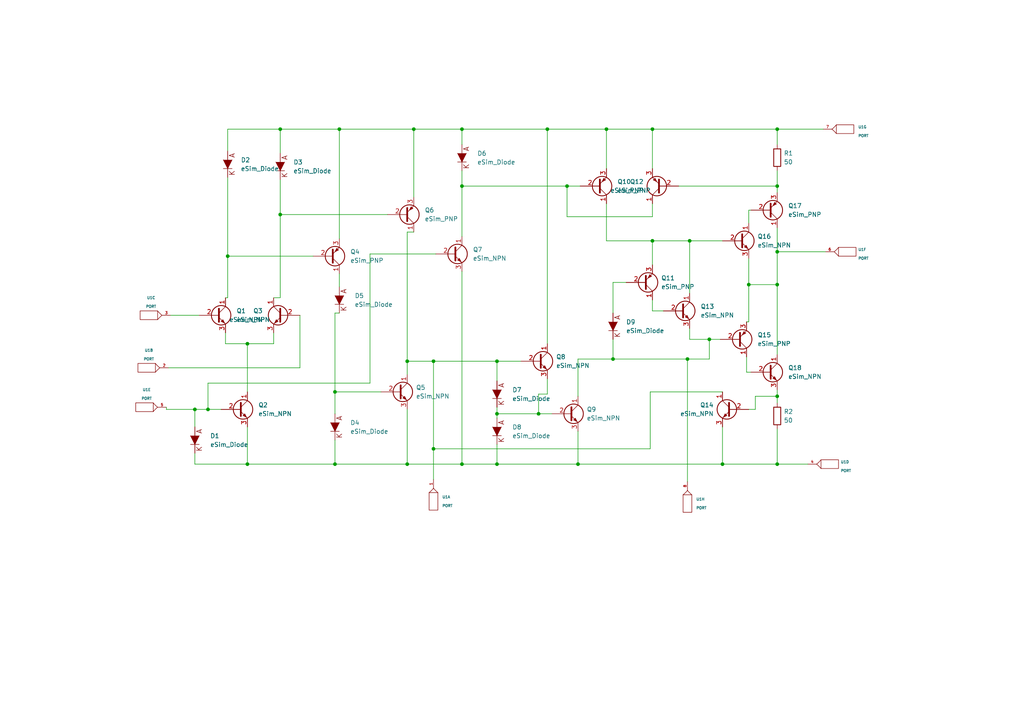
<source format=kicad_sch>
(kicad_sch (version 20211123) (generator eeschema)

  (uuid 696ff60b-1262-4af6-a5c4-6d3b3fc359c3)

  (paper "A4")

  (lib_symbols
    (symbol "eSim_Devices:eSim_Diode" (pin_numbers hide) (pin_names (offset 1.016) hide) (in_bom yes) (on_board yes)
      (property "Reference" "D" (id 0) (at 0 2.54 0)
        (effects (font (size 1.27 1.27)))
      )
      (property "Value" "eSim_Diode" (id 1) (at 0 -2.54 0)
        (effects (font (size 1.27 1.27)))
      )
      (property "Footprint" "" (id 2) (at 0 0 0)
        (effects (font (size 1.524 1.524)))
      )
      (property "Datasheet" "" (id 3) (at 0 0 0)
        (effects (font (size 1.524 1.524)))
      )
      (property "ki_fp_filters" "TO-???* *SingleDiode *_Diode_* *SingleDiode* D_*" (id 4) (at 0 0 0)
        (effects (font (size 1.27 1.27)) hide)
      )
      (symbol "eSim_Diode_0_0"
        (text "A" (at -2.54 1.27 0)
          (effects (font (size 1.524 1.524)))
        )
        (text "K" (at 2.54 1.27 0)
          (effects (font (size 1.524 1.524)))
        )
      )
      (symbol "eSim_Diode_0_1"
        (polyline
          (pts
            (xy 1.27 1.27)
            (xy 1.27 -1.27)
          )
          (stroke (width 0.1524) (type default) (color 0 0 0 0))
          (fill (type none))
        )
        (polyline
          (pts
            (xy -1.27 1.27)
            (xy 1.27 0)
            (xy -1.27 -1.27)
          )
          (stroke (width 0) (type default) (color 0 0 0 0))
          (fill (type outline))
        )
      )
      (symbol "eSim_Diode_1_1"
        (pin passive line (at -3.81 0 0) (length 2.54)
          (name "A" (effects (font (size 1.016 1.016))))
          (number "1" (effects (font (size 1.016 1.016))))
        )
        (pin passive line (at 3.81 0 180) (length 2.54)
          (name "K" (effects (font (size 1.016 1.016))))
          (number "2" (effects (font (size 1.016 1.016))))
        )
      )
    )
    (symbol "eSim_Devices:eSim_NPN" (pin_names (offset 0) hide) (in_bom yes) (on_board yes)
      (property "Reference" "Q" (id 0) (at -2.54 1.27 0)
        (effects (font (size 1.27 1.27)) (justify right))
      )
      (property "Value" "eSim_NPN" (id 1) (at -1.27 3.81 0)
        (effects (font (size 1.27 1.27)) (justify right))
      )
      (property "Footprint" "" (id 2) (at 5.08 2.54 0)
        (effects (font (size 0.7366 0.7366)))
      )
      (property "Datasheet" "" (id 3) (at 0 0 0)
        (effects (font (size 1.524 1.524)))
      )
      (symbol "eSim_NPN_0_1"
        (polyline
          (pts
            (xy 0.635 0.635)
            (xy 2.54 2.54)
          )
          (stroke (width 0) (type default) (color 0 0 0 0))
          (fill (type none))
        )
        (polyline
          (pts
            (xy 0.635 -0.635)
            (xy 2.54 -2.54)
            (xy 2.54 -2.54)
          )
          (stroke (width 0) (type default) (color 0 0 0 0))
          (fill (type none))
        )
        (polyline
          (pts
            (xy 0.635 1.905)
            (xy 0.635 -1.905)
            (xy 0.635 -1.905)
          )
          (stroke (width 0.508) (type default) (color 0 0 0 0))
          (fill (type none))
        )
        (polyline
          (pts
            (xy 1.27 -1.778)
            (xy 1.778 -1.27)
            (xy 2.286 -2.286)
            (xy 1.27 -1.778)
            (xy 1.27 -1.778)
          )
          (stroke (width 0) (type default) (color 0 0 0 0))
          (fill (type outline))
        )
        (circle (center 1.27 0) (radius 2.8194)
          (stroke (width 0.254) (type default) (color 0 0 0 0))
          (fill (type none))
        )
      )
      (symbol "eSim_NPN_1_1"
        (pin passive line (at 2.54 5.08 270) (length 2.54)
          (name "C" (effects (font (size 1.27 1.27))))
          (number "1" (effects (font (size 1.27 1.27))))
        )
        (pin passive line (at -5.08 0 0) (length 5.715)
          (name "B" (effects (font (size 1.27 1.27))))
          (number "2" (effects (font (size 1.27 1.27))))
        )
        (pin passive line (at 2.54 -5.08 90) (length 2.54)
          (name "E" (effects (font (size 1.27 1.27))))
          (number "3" (effects (font (size 1.27 1.27))))
        )
      )
    )
    (symbol "eSim_Devices:eSim_PNP" (pin_names (offset 0) hide) (in_bom yes) (on_board yes)
      (property "Reference" "Q" (id 0) (at -2.54 1.27 0)
        (effects (font (size 1.27 1.27)) (justify right))
      )
      (property "Value" "eSim_PNP" (id 1) (at -1.27 3.81 0)
        (effects (font (size 1.27 1.27)) (justify right))
      )
      (property "Footprint" "" (id 2) (at 5.08 2.54 0)
        (effects (font (size 0.7366 0.7366)))
      )
      (property "Datasheet" "" (id 3) (at 0 0 0)
        (effects (font (size 1.524 1.524)))
      )
      (symbol "eSim_PNP_0_1"
        (polyline
          (pts
            (xy 0.635 0.635)
            (xy 2.54 2.54)
          )
          (stroke (width 0) (type default) (color 0 0 0 0))
          (fill (type none))
        )
        (polyline
          (pts
            (xy 0.635 -0.635)
            (xy 2.54 -2.54)
            (xy 2.54 -2.54)
          )
          (stroke (width 0) (type default) (color 0 0 0 0))
          (fill (type none))
        )
        (polyline
          (pts
            (xy 0.635 1.905)
            (xy 0.635 -1.905)
            (xy 0.635 -1.905)
          )
          (stroke (width 0.508) (type default) (color 0 0 0 0))
          (fill (type none))
        )
        (polyline
          (pts
            (xy 2.286 -1.778)
            (xy 1.778 -2.286)
            (xy 1.27 -1.27)
            (xy 2.286 -1.778)
            (xy 2.286 -1.778)
          )
          (stroke (width 0) (type default) (color 0 0 0 0))
          (fill (type outline))
        )
        (circle (center 1.27 0) (radius 2.8194)
          (stroke (width 0.254) (type default) (color 0 0 0 0))
          (fill (type none))
        )
      )
      (symbol "eSim_PNP_1_1"
        (pin passive line (at 2.54 5.08 270) (length 2.54)
          (name "C" (effects (font (size 1.27 1.27))))
          (number "1" (effects (font (size 1.27 1.27))))
        )
        (pin passive line (at -5.08 0 0) (length 5.715)
          (name "B" (effects (font (size 1.27 1.27))))
          (number "2" (effects (font (size 1.27 1.27))))
        )
        (pin passive line (at 2.54 -5.08 90) (length 2.54)
          (name "E" (effects (font (size 1.27 1.27))))
          (number "3" (effects (font (size 1.27 1.27))))
        )
      )
    )
    (symbol "eSim_Devices:resistor" (pin_numbers hide) (pin_names (offset 0)) (in_bom yes) (on_board yes)
      (property "Reference" "R" (id 0) (at 1.27 3.302 0)
        (effects (font (size 1.27 1.27)))
      )
      (property "Value" "resistor" (id 1) (at 1.27 -1.27 0)
        (effects (font (size 1.27 1.27)))
      )
      (property "Footprint" "" (id 2) (at 1.27 -0.508 0)
        (effects (font (size 0.762 0.762)))
      )
      (property "Datasheet" "" (id 3) (at 1.27 1.27 90)
        (effects (font (size 0.762 0.762)))
      )
      (property "ki_fp_filters" "R_* Resistor_*" (id 4) (at 0 0 0)
        (effects (font (size 1.27 1.27)) hide)
      )
      (symbol "resistor_0_1"
        (rectangle (start 3.81 0.254) (end -1.27 2.286)
          (stroke (width 0.254) (type default) (color 0 0 0 0))
          (fill (type none))
        )
      )
      (symbol "resistor_1_1"
        (pin passive line (at -2.54 1.27 0) (length 1.27)
          (name "~" (effects (font (size 1.524 1.524))))
          (number "1" (effects (font (size 1.524 1.524))))
        )
        (pin passive line (at 5.08 1.27 180) (length 1.27)
          (name "~" (effects (font (size 1.524 1.524))))
          (number "2" (effects (font (size 1.524 1.524))))
        )
      )
    )
    (symbol "eSim_Miscellaneous:PORT" (pin_names (offset 1.016)) (in_bom yes) (on_board yes)
      (property "Reference" "U" (id 0) (at 1.27 2.54 0)
        (effects (font (size 0.762 0.762)))
      )
      (property "Value" "PORT" (id 1) (at 0 0 0)
        (effects (font (size 0.762 0.762)))
      )
      (property "Footprint" "" (id 2) (at 0 0 0)
        (effects (font (size 1.524 1.524)))
      )
      (property "Datasheet" "" (id 3) (at 0 0 0)
        (effects (font (size 1.524 1.524)))
      )
      (symbol "PORT_0_1"
        (rectangle (start -2.54 1.27) (end 2.54 -1.27)
          (stroke (width 0) (type default) (color 0 0 0 0))
          (fill (type none))
        )
        (arc (start 2.54 1.27) (mid 3.1355 0.5955) (end 3.81 0)
          (stroke (width 0) (type default) (color 0 0 0 0))
          (fill (type none))
        )
        (arc (start 3.81 0) (mid 3.1447 -0.6046) (end 2.54 -1.27)
          (stroke (width 0) (type default) (color 0 0 0 0))
          (fill (type none))
        )
      )
      (symbol "PORT_1_1"
        (pin bidirectional line (at 6.35 0 180) (length 2.54)
          (name "~" (effects (font (size 0.762 0.762))))
          (number "1" (effects (font (size 0.762 0.762))))
        )
      )
      (symbol "PORT_2_1"
        (pin bidirectional line (at 6.35 0 180) (length 2.54)
          (name "~" (effects (font (size 0.762 0.762))))
          (number "2" (effects (font (size 0.762 0.762))))
        )
      )
      (symbol "PORT_3_1"
        (pin bidirectional line (at 6.35 0 180) (length 2.54)
          (name "~" (effects (font (size 0.762 0.762))))
          (number "3" (effects (font (size 0.762 0.762))))
        )
      )
      (symbol "PORT_4_1"
        (pin bidirectional line (at 6.35 0 180) (length 2.54)
          (name "~" (effects (font (size 0.762 0.762))))
          (number "4" (effects (font (size 0.762 0.762))))
        )
      )
      (symbol "PORT_5_1"
        (pin bidirectional line (at 6.35 0 180) (length 2.54)
          (name "~" (effects (font (size 0.762 0.762))))
          (number "5" (effects (font (size 0.762 0.762))))
        )
      )
      (symbol "PORT_6_1"
        (pin bidirectional line (at 6.35 0 180) (length 2.54)
          (name "~" (effects (font (size 0.762 0.762))))
          (number "6" (effects (font (size 0.762 0.762))))
        )
      )
      (symbol "PORT_7_1"
        (pin bidirectional line (at 6.35 0 180) (length 2.54)
          (name "~" (effects (font (size 0.762 0.762))))
          (number "7" (effects (font (size 0.762 0.762))))
        )
      )
      (symbol "PORT_8_1"
        (pin bidirectional line (at 6.35 0 180) (length 2.54)
          (name "~" (effects (font (size 0.762 0.762))))
          (number "8" (effects (font (size 0.762 0.762))))
        )
      )
      (symbol "PORT_9_1"
        (pin bidirectional line (at 6.35 0 180) (length 2.54)
          (name "~" (effects (font (size 0.762 0.762))))
          (number "9" (effects (font (size 0.762 0.762))))
        )
      )
      (symbol "PORT_10_1"
        (pin bidirectional line (at 6.35 0 180) (length 2.54)
          (name "~" (effects (font (size 0.762 0.762))))
          (number "10" (effects (font (size 0.762 0.762))))
        )
      )
      (symbol "PORT_11_1"
        (pin bidirectional line (at 6.35 0 180) (length 2.54)
          (name "~" (effects (font (size 0.762 0.762))))
          (number "11" (effects (font (size 0.762 0.762))))
        )
      )
      (symbol "PORT_12_1"
        (pin bidirectional line (at 6.35 0 180) (length 2.54)
          (name "~" (effects (font (size 0.762 0.762))))
          (number "12" (effects (font (size 0.762 0.762))))
        )
      )
      (symbol "PORT_13_1"
        (pin bidirectional line (at 6.35 0 180) (length 2.54)
          (name "~" (effects (font (size 0.762 0.762))))
          (number "13" (effects (font (size 0.762 0.762))))
        )
      )
      (symbol "PORT_14_1"
        (pin bidirectional line (at 6.35 0 180) (length 2.54)
          (name "~" (effects (font (size 0.762 0.762))))
          (number "14" (effects (font (size 0.762 0.762))))
        )
      )
      (symbol "PORT_15_1"
        (pin bidirectional line (at 6.35 0 180) (length 2.54)
          (name "~" (effects (font (size 0.762 0.762))))
          (number "15" (effects (font (size 0.762 0.762))))
        )
      )
      (symbol "PORT_16_1"
        (pin bidirectional line (at 6.35 0 180) (length 2.54)
          (name "~" (effects (font (size 0.762 0.762))))
          (number "16" (effects (font (size 0.762 0.762))))
        )
      )
      (symbol "PORT_17_1"
        (pin bidirectional line (at 6.35 0 180) (length 2.54)
          (name "~" (effects (font (size 0.762 0.762))))
          (number "17" (effects (font (size 0.762 0.762))))
        )
      )
      (symbol "PORT_18_1"
        (pin bidirectional line (at 6.35 0 180) (length 2.54)
          (name "~" (effects (font (size 0.762 0.762))))
          (number "18" (effects (font (size 0.762 0.762))))
        )
      )
      (symbol "PORT_19_1"
        (pin bidirectional line (at 6.35 0 180) (length 2.54)
          (name "~" (effects (font (size 0.762 0.762))))
          (number "19" (effects (font (size 0.762 0.762))))
        )
      )
      (symbol "PORT_20_1"
        (pin bidirectional line (at 6.35 0 180) (length 2.54)
          (name "~" (effects (font (size 0.762 0.762))))
          (number "20" (effects (font (size 0.762 0.762))))
        )
      )
      (symbol "PORT_21_1"
        (pin bidirectional line (at 6.35 0 180) (length 2.54)
          (name "~" (effects (font (size 0.762 0.762))))
          (number "21" (effects (font (size 0.762 0.762))))
        )
      )
      (symbol "PORT_22_1"
        (pin bidirectional line (at 6.35 0 180) (length 2.54)
          (name "~" (effects (font (size 0.762 0.762))))
          (number "22" (effects (font (size 0.762 0.762))))
        )
      )
      (symbol "PORT_23_1"
        (pin bidirectional line (at 6.35 0 180) (length 2.54)
          (name "~" (effects (font (size 0.762 0.762))))
          (number "23" (effects (font (size 0.762 0.762))))
        )
      )
      (symbol "PORT_24_1"
        (pin bidirectional line (at 6.35 0 180) (length 2.54)
          (name "~" (effects (font (size 0.762 0.762))))
          (number "24" (effects (font (size 0.762 0.762))))
        )
      )
      (symbol "PORT_25_1"
        (pin bidirectional line (at 6.35 0 180) (length 2.54)
          (name "~" (effects (font (size 0.762 0.762))))
          (number "25" (effects (font (size 0.762 0.762))))
        )
      )
      (symbol "PORT_26_1"
        (pin bidirectional line (at 6.35 0 180) (length 2.54)
          (name "~" (effects (font (size 0.762 0.762))))
          (number "26" (effects (font (size 0.762 0.762))))
        )
      )
    )
  )

  (junction (at 133.985 37.465) (diameter 0) (color 0 0 0 0)
    (uuid 02d918d7-3d82-4964-b37d-47b31b15baca)
  )
  (junction (at 217.17 82.55) (diameter 0) (color 0 0 0 0)
    (uuid 0cf2f575-3a07-4218-968f-c0e98fc06a94)
  )
  (junction (at 175.895 37.465) (diameter 0) (color 0 0 0 0)
    (uuid 0fc4a5bd-912e-4ff8-b69c-21e485d8a791)
  )
  (junction (at 158.75 37.465) (diameter 0) (color 0 0 0 0)
    (uuid 173588e4-a21e-4963-a162-3034ba191c77)
  )
  (junction (at 97.155 113.665) (diameter 0) (color 0 0 0 0)
    (uuid 1c809012-5244-4541-b87d-c392defe605e)
  )
  (junction (at 66.04 74.295) (diameter 0) (color 0 0 0 0)
    (uuid 24ed6969-47f4-4877-84c6-3ccf794a757e)
  )
  (junction (at 189.23 37.465) (diameter 0) (color 0 0 0 0)
    (uuid 28cf9278-6c37-4791-9c11-03c9936f6fbf)
  )
  (junction (at 144.145 104.775) (diameter 0) (color 0 0 0 0)
    (uuid 2b3f0a40-eb19-4754-b6e5-33f0138eedd6)
  )
  (junction (at 167.64 134.62) (diameter 0) (color 0 0 0 0)
    (uuid 376621ad-0ffe-4861-90f4-3975aee75fea)
  )
  (junction (at 199.39 104.14) (diameter 0) (color 0 0 0 0)
    (uuid 38033f38-b0ad-4368-b011-64737f9e9c62)
  )
  (junction (at 225.425 53.975) (diameter 0) (color 0 0 0 0)
    (uuid 3956b739-f169-4e91-a697-7acfd8688fe1)
  )
  (junction (at 81.28 37.465) (diameter 0) (color 0 0 0 0)
    (uuid 41580c00-aef9-4707-a04f-19262667f694)
  )
  (junction (at 225.425 114.935) (diameter 0) (color 0 0 0 0)
    (uuid 51d24ad2-f83c-4de7-ab91-e8cbfdced607)
  )
  (junction (at 144.145 120.015) (diameter 0) (color 0 0 0 0)
    (uuid 5475b3d1-676f-4ce9-b0b2-921960b8c2b2)
  )
  (junction (at 225.425 134.62) (diameter 0) (color 0 0 0 0)
    (uuid 55147c97-cc68-4377-b267-181490e920c7)
  )
  (junction (at 56.515 118.745) (diameter 0) (color 0 0 0 0)
    (uuid 556a0cf2-d976-41ea-82f8-576da14740fe)
  )
  (junction (at 177.8 104.14) (diameter 0) (color 0 0 0 0)
    (uuid 5c1a92c4-df1d-4c37-bc46-2d87f3db675a)
  )
  (junction (at 125.73 104.775) (diameter 0) (color 0 0 0 0)
    (uuid 5f9a5014-6ad9-4ae1-acd6-38ef44a8551d)
  )
  (junction (at 200.025 69.85) (diameter 0) (color 0 0 0 0)
    (uuid 6bd0e27a-eae1-4fc1-bebf-f670ce4ef717)
  )
  (junction (at 205.74 98.425) (diameter 0) (color 0 0 0 0)
    (uuid 6ec09c80-ce75-4324-bb46-4df0685d3e8d)
  )
  (junction (at 225.425 82.55) (diameter 0) (color 0 0 0 0)
    (uuid 72918c54-bae4-4425-9201-7a20a2a82c13)
  )
  (junction (at 120.015 37.465) (diameter 0) (color 0 0 0 0)
    (uuid 8263a416-61d8-4a71-a134-aa1684e8fe15)
  )
  (junction (at 156.21 120.015) (diameter 0) (color 0 0 0 0)
    (uuid 87600359-210a-4af1-b6e4-5ec82621f2e2)
  )
  (junction (at 71.755 134.62) (diameter 0) (color 0 0 0 0)
    (uuid 8b5fcf9f-f3bd-412b-a86a-6d1042ecd694)
  )
  (junction (at 225.425 37.465) (diameter 0) (color 0 0 0 0)
    (uuid 8dda8540-379b-472e-a7a6-6b564d3f1b64)
  )
  (junction (at 118.11 134.62) (diameter 0) (color 0 0 0 0)
    (uuid 8ea2f5ef-a477-4f89-9e53-7c3939836881)
  )
  (junction (at 60.325 118.745) (diameter 0) (color 0 0 0 0)
    (uuid 95591f9c-b467-48e9-a9bb-446f95dbc391)
  )
  (junction (at 71.755 99.695) (diameter 0) (color 0 0 0 0)
    (uuid 97d254aa-5dd7-49ab-9837-fc808c65512d)
  )
  (junction (at 133.985 53.975) (diameter 0) (color 0 0 0 0)
    (uuid 99b58c71-906f-49de-a52f-b91455e9c25a)
  )
  (junction (at 209.55 134.62) (diameter 0) (color 0 0 0 0)
    (uuid a633d8e1-b047-48fd-875c-cd3f692c494b)
  )
  (junction (at 133.985 134.62) (diameter 0) (color 0 0 0 0)
    (uuid a7cb8fe1-8e5c-4a70-aef8-b85fc1676a12)
  )
  (junction (at 125.73 130.175) (diameter 0) (color 0 0 0 0)
    (uuid a8d30056-79a8-4174-b0d7-636b9feb8202)
  )
  (junction (at 164.465 53.975) (diameter 0) (color 0 0 0 0)
    (uuid ac3a977c-5119-4e54-a100-7a8956418d62)
  )
  (junction (at 118.11 104.775) (diameter 0) (color 0 0 0 0)
    (uuid ad72f639-a0ed-4b43-a26c-34db63ca5b99)
  )
  (junction (at 98.425 37.465) (diameter 0) (color 0 0 0 0)
    (uuid b710538c-5cb1-462a-91f3-db73064d7bf8)
  )
  (junction (at 225.425 73.025) (diameter 0) (color 0 0 0 0)
    (uuid dc172a06-bfa1-4e86-b0ac-df39cc39a2a8)
  )
  (junction (at 189.23 69.85) (diameter 0) (color 0 0 0 0)
    (uuid def3a01b-dec9-473c-850b-838c019ed815)
  )
  (junction (at 144.145 134.62) (diameter 0) (color 0 0 0 0)
    (uuid ec3c54d3-012f-41ab-a74a-18801c2585ff)
  )
  (junction (at 97.155 134.62) (diameter 0) (color 0 0 0 0)
    (uuid ec652d0e-1a50-4328-99b0-2d4c3db54aa7)
  )
  (junction (at 81.28 62.23) (diameter 0) (color 0 0 0 0)
    (uuid faf33f3d-4143-4036-ae6c-a9706ab9c87d)
  )

  (wire (pts (xy 189.23 86.995) (xy 189.23 90.17))
    (stroke (width 0) (type default) (color 0 0 0 0))
    (uuid 000a607f-0a4c-450e-a29f-41d67997ef84)
  )
  (wire (pts (xy 175.895 69.85) (xy 189.23 69.85))
    (stroke (width 0) (type default) (color 0 0 0 0))
    (uuid 02ac5adf-bcf8-4bd2-8364-dcd290572958)
  )
  (wire (pts (xy 167.64 125.095) (xy 167.64 134.62))
    (stroke (width 0) (type default) (color 0 0 0 0))
    (uuid 090ed1a5-faee-4857-aa52-f0059eaf5058)
  )
  (wire (pts (xy 225.425 49.53) (xy 225.425 53.975))
    (stroke (width 0) (type default) (color 0 0 0 0))
    (uuid 09d78ef0-a672-4b14-addf-1fc437788b4f)
  )
  (wire (pts (xy 200.025 98.425) (xy 200.025 95.25))
    (stroke (width 0) (type default) (color 0 0 0 0))
    (uuid 0a1c427a-6dc2-421a-a7b6-fb5536ad327c)
  )
  (wire (pts (xy 225.425 41.91) (xy 225.425 37.465))
    (stroke (width 0) (type default) (color 0 0 0 0))
    (uuid 0bf2d0a4-67a7-42f7-914e-85ed7bf1eceb)
  )
  (wire (pts (xy 133.985 37.465) (xy 120.015 37.465))
    (stroke (width 0) (type default) (color 0 0 0 0))
    (uuid 0ca17a4d-3569-4b4d-9b4a-59cc5d2c4540)
  )
  (wire (pts (xy 199.39 104.14) (xy 199.39 139.7))
    (stroke (width 0) (type default) (color 0 0 0 0))
    (uuid 0e1a5974-f3aa-47ff-9fbc-1bca06c18300)
  )
  (wire (pts (xy 81.28 52.07) (xy 81.28 62.23))
    (stroke (width 0) (type default) (color 0 0 0 0))
    (uuid 0ea8d377-6108-44af-9721-314b784dd760)
  )
  (wire (pts (xy 158.75 37.465) (xy 133.985 37.465))
    (stroke (width 0) (type default) (color 0 0 0 0))
    (uuid 0eb8150f-8566-434c-926a-8eb134799625)
  )
  (wire (pts (xy 175.895 37.465) (xy 158.75 37.465))
    (stroke (width 0) (type default) (color 0 0 0 0))
    (uuid 105972c7-4627-4e31-9b48-2d3ba54449d5)
  )
  (wire (pts (xy 56.515 118.745) (xy 60.325 118.745))
    (stroke (width 0) (type default) (color 0 0 0 0))
    (uuid 11d2b7db-5bc5-4ef2-bc2d-c5f7f7b935dd)
  )
  (wire (pts (xy 118.11 104.775) (xy 125.73 104.775))
    (stroke (width 0) (type default) (color 0 0 0 0))
    (uuid 13702f58-b552-4e6e-8caf-dc4a032906f8)
  )
  (wire (pts (xy 216.535 107.95) (xy 217.805 107.95))
    (stroke (width 0) (type default) (color 0 0 0 0))
    (uuid 15669164-36e9-4e3b-b093-68910fe78c85)
  )
  (wire (pts (xy 86.995 91.44) (xy 86.995 106.68))
    (stroke (width 0) (type default) (color 0 0 0 0))
    (uuid 15a795ce-b41e-4c0c-b15d-53327ab9aa87)
  )
  (wire (pts (xy 167.64 134.62) (xy 144.145 134.62))
    (stroke (width 0) (type default) (color 0 0 0 0))
    (uuid 161a5556-582f-4b3c-bb81-1dadf5137100)
  )
  (wire (pts (xy 219.075 114.935) (xy 225.425 114.935))
    (stroke (width 0) (type default) (color 0 0 0 0))
    (uuid 16f17b2c-27f4-4ce7-a4fd-fad601d9b2fb)
  )
  (wire (pts (xy 217.17 74.93) (xy 217.17 82.55))
    (stroke (width 0) (type default) (color 0 0 0 0))
    (uuid 17898b22-e00d-41ee-a39e-13657603e1d7)
  )
  (wire (pts (xy 144.145 128.905) (xy 144.145 134.62))
    (stroke (width 0) (type default) (color 0 0 0 0))
    (uuid 1ce45c52-a353-403d-b276-732a1ccaabf8)
  )
  (wire (pts (xy 66.04 86.36) (xy 65.405 86.36))
    (stroke (width 0) (type default) (color 0 0 0 0))
    (uuid 1d187bf7-f5c8-41da-a8b8-eb48b9bf595b)
  )
  (wire (pts (xy 188.595 113.665) (xy 188.595 130.175))
    (stroke (width 0) (type default) (color 0 0 0 0))
    (uuid 1fb910c7-98c2-4a16-90de-58b03cff199d)
  )
  (wire (pts (xy 126.365 73.66) (xy 107.315 73.66))
    (stroke (width 0) (type default) (color 0 0 0 0))
    (uuid 24951492-590e-4315-83c0-8c6b36279479)
  )
  (wire (pts (xy 65.405 96.52) (xy 65.405 99.695))
    (stroke (width 0) (type default) (color 0 0 0 0))
    (uuid 269f44f8-1781-4d75-8a8e-7b000be41dcc)
  )
  (wire (pts (xy 199.39 104.14) (xy 205.74 104.14))
    (stroke (width 0) (type default) (color 0 0 0 0))
    (uuid 291914f6-4d3a-49ee-95d3-12e89d801d68)
  )
  (wire (pts (xy 60.325 118.745) (xy 64.135 118.745))
    (stroke (width 0) (type default) (color 0 0 0 0))
    (uuid 29f0d0d6-0208-498e-820e-1988e749f28d)
  )
  (wire (pts (xy 71.755 99.695) (xy 79.375 99.695))
    (stroke (width 0) (type default) (color 0 0 0 0))
    (uuid 2a12ca6c-cc8f-4227-b346-2d5d4dbf0cbe)
  )
  (wire (pts (xy 225.425 53.975) (xy 225.425 55.88))
    (stroke (width 0) (type default) (color 0 0 0 0))
    (uuid 2bfca4b3-3925-42a6-aa7f-7473b611b0bb)
  )
  (wire (pts (xy 158.75 99.695) (xy 158.75 37.465))
    (stroke (width 0) (type default) (color 0 0 0 0))
    (uuid 2f03b897-a883-4b25-b6cc-218971b3101b)
  )
  (wire (pts (xy 118.11 67.31) (xy 120.015 67.31))
    (stroke (width 0) (type default) (color 0 0 0 0))
    (uuid 2f42633d-e3d9-47c0-b55d-320bd2c8c8fe)
  )
  (wire (pts (xy 81.28 62.23) (xy 112.395 62.23))
    (stroke (width 0) (type default) (color 0 0 0 0))
    (uuid 2fe00be6-5497-4392-9509-e949b5a2cf73)
  )
  (wire (pts (xy 196.85 53.975) (xy 225.425 53.975))
    (stroke (width 0) (type default) (color 0 0 0 0))
    (uuid 3164cbaa-cb73-4795-8a81-a195e1cb074a)
  )
  (wire (pts (xy 120.015 57.15) (xy 120.015 37.465))
    (stroke (width 0) (type default) (color 0 0 0 0))
    (uuid 38da582a-9fe5-4801-9eba-acac11744611)
  )
  (wire (pts (xy 156.21 120.015) (xy 160.02 120.015))
    (stroke (width 0) (type default) (color 0 0 0 0))
    (uuid 3935730b-b0cb-4a91-bef1-dd7660db2fe4)
  )
  (wire (pts (xy 48.26 118.745) (xy 48.26 118.11))
    (stroke (width 0) (type default) (color 0 0 0 0))
    (uuid 3cfed1df-2e68-4d93-a9ec-3740f1524163)
  )
  (wire (pts (xy 200.025 69.85) (xy 200.025 85.09))
    (stroke (width 0) (type default) (color 0 0 0 0))
    (uuid 3f12eda3-534a-4775-b9bd-87e6fcbcbd93)
  )
  (wire (pts (xy 208.915 98.425) (xy 205.74 98.425))
    (stroke (width 0) (type default) (color 0 0 0 0))
    (uuid 42b96e0a-951b-46b2-8bc6-825d424fd1f5)
  )
  (wire (pts (xy 133.985 49.53) (xy 133.985 53.975))
    (stroke (width 0) (type default) (color 0 0 0 0))
    (uuid 46ec543b-ec15-4d84-85f3-c51c23811dd2)
  )
  (wire (pts (xy 216.535 103.505) (xy 216.535 107.95))
    (stroke (width 0) (type default) (color 0 0 0 0))
    (uuid 479686d2-b3d1-4292-91f1-8e095b48e621)
  )
  (wire (pts (xy 225.425 124.46) (xy 225.425 134.62))
    (stroke (width 0) (type default) (color 0 0 0 0))
    (uuid 49ad724b-3abe-4cf2-9b60-c13bb535f611)
  )
  (wire (pts (xy 217.17 93.345) (xy 216.535 93.345))
    (stroke (width 0) (type default) (color 0 0 0 0))
    (uuid 4c5f6f2b-5865-4e2b-b432-d7cc2cb45e56)
  )
  (wire (pts (xy 209.55 134.62) (xy 167.64 134.62))
    (stroke (width 0) (type default) (color 0 0 0 0))
    (uuid 4cd698d3-13ff-410e-adb0-12729ec01077)
  )
  (wire (pts (xy 71.755 99.695) (xy 71.755 113.665))
    (stroke (width 0) (type default) (color 0 0 0 0))
    (uuid 4fc0fb4c-67a4-4eaa-99e0-a16f43e449be)
  )
  (wire (pts (xy 133.985 134.62) (xy 118.11 134.62))
    (stroke (width 0) (type default) (color 0 0 0 0))
    (uuid 506f7826-6a0c-472c-9a3c-ade4a0202203)
  )
  (wire (pts (xy 164.465 53.975) (xy 168.275 53.975))
    (stroke (width 0) (type default) (color 0 0 0 0))
    (uuid 523e44a2-75d5-4840-9548-11964770cc15)
  )
  (wire (pts (xy 107.315 111.125) (xy 60.325 111.125))
    (stroke (width 0) (type default) (color 0 0 0 0))
    (uuid 55e3785f-5842-4440-b656-3b86038e5512)
  )
  (wire (pts (xy 209.55 113.665) (xy 188.595 113.665))
    (stroke (width 0) (type default) (color 0 0 0 0))
    (uuid 56a338e8-5d2d-418a-ad4f-783214fbbdae)
  )
  (wire (pts (xy 56.515 123.825) (xy 56.515 118.745))
    (stroke (width 0) (type default) (color 0 0 0 0))
    (uuid 56c736ec-6d71-4432-9508-475b432d3858)
  )
  (wire (pts (xy 97.155 113.665) (xy 110.49 113.665))
    (stroke (width 0) (type default) (color 0 0 0 0))
    (uuid 5b7c5559-95b5-440a-8066-284050ac2e91)
  )
  (wire (pts (xy 107.315 73.66) (xy 107.315 111.125))
    (stroke (width 0) (type default) (color 0 0 0 0))
    (uuid 5bdfbc6e-69ef-4f3a-9384-344128dcfcdf)
  )
  (wire (pts (xy 56.515 118.745) (xy 48.26 118.745))
    (stroke (width 0) (type default) (color 0 0 0 0))
    (uuid 5cd9f246-b060-4a17-a5f5-e07e8c5f1e33)
  )
  (wire (pts (xy 175.895 48.895) (xy 175.895 37.465))
    (stroke (width 0) (type default) (color 0 0 0 0))
    (uuid 5cfa718f-5209-4be9-855e-b3f4d9c0aaa5)
  )
  (wire (pts (xy 118.11 108.585) (xy 118.11 104.775))
    (stroke (width 0) (type default) (color 0 0 0 0))
    (uuid 5f01458f-deea-44f0-878b-9d6fdd4ec330)
  )
  (wire (pts (xy 200.025 69.85) (xy 209.55 69.85))
    (stroke (width 0) (type default) (color 0 0 0 0))
    (uuid 63e37d30-2c6c-46ff-a160-50bf2d906842)
  )
  (wire (pts (xy 144.145 120.015) (xy 156.21 120.015))
    (stroke (width 0) (type default) (color 0 0 0 0))
    (uuid 680d326d-4874-4771-a88a-91df78967590)
  )
  (wire (pts (xy 144.145 104.775) (xy 151.13 104.775))
    (stroke (width 0) (type default) (color 0 0 0 0))
    (uuid 68b81fb1-1031-4a5e-8e83-13f222d2e0f5)
  )
  (wire (pts (xy 125.73 130.175) (xy 125.73 139.065))
    (stroke (width 0) (type default) (color 0 0 0 0))
    (uuid 691900c4-629e-41c4-a207-0aa794ff2414)
  )
  (wire (pts (xy 177.8 104.14) (xy 199.39 104.14))
    (stroke (width 0) (type default) (color 0 0 0 0))
    (uuid 69cd1f58-3df9-46bb-a3fc-779a5a808849)
  )
  (wire (pts (xy 156.21 114.3) (xy 156.21 120.015))
    (stroke (width 0) (type default) (color 0 0 0 0))
    (uuid 6a06a237-6563-46cc-8dd7-bdc6c71aa40c)
  )
  (wire (pts (xy 144.145 104.775) (xy 144.145 110.49))
    (stroke (width 0) (type default) (color 0 0 0 0))
    (uuid 6aeb25a9-fffc-4ff2-b29b-5be5ae95ad7c)
  )
  (wire (pts (xy 98.425 79.375) (xy 98.425 83.185))
    (stroke (width 0) (type default) (color 0 0 0 0))
    (uuid 6bf27038-13f9-4534-91c3-fc763cb7fa04)
  )
  (wire (pts (xy 189.23 69.85) (xy 189.23 76.835))
    (stroke (width 0) (type default) (color 0 0 0 0))
    (uuid 6ce8a084-2d54-4eba-b648-7c4e85cece22)
  )
  (wire (pts (xy 205.74 98.425) (xy 200.025 98.425))
    (stroke (width 0) (type default) (color 0 0 0 0))
    (uuid 6f097930-5153-47d2-9cc4-04b80ee420e6)
  )
  (wire (pts (xy 118.11 134.62) (xy 97.155 134.62))
    (stroke (width 0) (type default) (color 0 0 0 0))
    (uuid 6fb666c2-8cb0-434a-bc06-5cbc5d79766b)
  )
  (wire (pts (xy 65.405 99.695) (xy 71.755 99.695))
    (stroke (width 0) (type default) (color 0 0 0 0))
    (uuid 7078cae6-69cc-46bd-8909-c5fe2a4818e6)
  )
  (wire (pts (xy 66.04 37.465) (xy 81.28 37.465))
    (stroke (width 0) (type default) (color 0 0 0 0))
    (uuid 738f40a4-e38a-4e5b-b067-8e92958cab00)
  )
  (wire (pts (xy 144.145 134.62) (xy 133.985 134.62))
    (stroke (width 0) (type default) (color 0 0 0 0))
    (uuid 756694eb-1e8b-42cc-beef-d181b9e247be)
  )
  (wire (pts (xy 49.53 91.44) (xy 57.785 91.44))
    (stroke (width 0) (type default) (color 0 0 0 0))
    (uuid 766b872c-4a1c-4950-9bc0-363166627bc2)
  )
  (wire (pts (xy 144.145 120.015) (xy 144.145 121.285))
    (stroke (width 0) (type default) (color 0 0 0 0))
    (uuid 76c38c4c-aa94-4ef8-9eb9-ac3a9b2eba6d)
  )
  (wire (pts (xy 97.155 127.635) (xy 97.155 134.62))
    (stroke (width 0) (type default) (color 0 0 0 0))
    (uuid 794b8e1c-9a31-41d0-983e-39bf89841b8e)
  )
  (wire (pts (xy 97.155 120.015) (xy 97.155 113.665))
    (stroke (width 0) (type default) (color 0 0 0 0))
    (uuid 7a1318af-9d62-476c-9250-4efb75436683)
  )
  (wire (pts (xy 66.04 74.295) (xy 90.805 74.295))
    (stroke (width 0) (type default) (color 0 0 0 0))
    (uuid 7cc1ab16-ff96-4367-a3ec-957ada713483)
  )
  (wire (pts (xy 189.23 48.895) (xy 189.23 37.465))
    (stroke (width 0) (type default) (color 0 0 0 0))
    (uuid 7e71ac4f-6b4c-4050-b59c-86c94610313e)
  )
  (wire (pts (xy 167.64 114.935) (xy 167.64 104.14))
    (stroke (width 0) (type default) (color 0 0 0 0))
    (uuid 80af5864-91e1-4dbf-8df6-d256ed83f103)
  )
  (wire (pts (xy 79.375 99.695) (xy 79.375 96.52))
    (stroke (width 0) (type default) (color 0 0 0 0))
    (uuid 84154b4f-840c-4764-9341-cf7fde8ff66b)
  )
  (wire (pts (xy 125.73 104.775) (xy 125.73 130.175))
    (stroke (width 0) (type default) (color 0 0 0 0))
    (uuid 84d5648a-9340-40fa-aef6-60b13ced435c)
  )
  (wire (pts (xy 234.315 134.62) (xy 225.425 134.62))
    (stroke (width 0) (type default) (color 0 0 0 0))
    (uuid 85f9722b-819b-4a4a-994a-0a631679c3e6)
  )
  (wire (pts (xy 177.8 90.805) (xy 177.8 81.915))
    (stroke (width 0) (type default) (color 0 0 0 0))
    (uuid 864b0387-14b9-4dd2-a012-b21b0b9bc6fe)
  )
  (wire (pts (xy 120.015 37.465) (xy 98.425 37.465))
    (stroke (width 0) (type default) (color 0 0 0 0))
    (uuid 90bfd77b-82af-4989-b4bb-07080396d5f6)
  )
  (wire (pts (xy 177.8 81.915) (xy 181.61 81.915))
    (stroke (width 0) (type default) (color 0 0 0 0))
    (uuid 916c1cf3-b2da-48f8-9ff4-54c04fd50f0a)
  )
  (wire (pts (xy 219.075 118.745) (xy 219.075 114.935))
    (stroke (width 0) (type default) (color 0 0 0 0))
    (uuid 9255a71c-d750-4a5c-b7ac-ed718a91a409)
  )
  (wire (pts (xy 56.515 131.445) (xy 56.515 134.62))
    (stroke (width 0) (type default) (color 0 0 0 0))
    (uuid 961ccb96-132b-4772-bf69-bfe5b398239d)
  )
  (wire (pts (xy 189.23 59.055) (xy 189.23 62.865))
    (stroke (width 0) (type default) (color 0 0 0 0))
    (uuid 9918c10f-c266-41c0-9638-cd675fb7c26e)
  )
  (wire (pts (xy 97.155 134.62) (xy 71.755 134.62))
    (stroke (width 0) (type default) (color 0 0 0 0))
    (uuid 9a11f175-5e05-4f7b-8617-00d9a137d36b)
  )
  (wire (pts (xy 60.325 111.125) (xy 60.325 118.745))
    (stroke (width 0) (type default) (color 0 0 0 0))
    (uuid 9fc2b9bb-9ba3-4542-bc7a-76ed10b9f351)
  )
  (wire (pts (xy 225.425 82.55) (xy 225.425 102.87))
    (stroke (width 0) (type default) (color 0 0 0 0))
    (uuid a0feea1b-3b48-47cc-afdb-73d541281938)
  )
  (wire (pts (xy 97.155 113.665) (xy 97.155 90.805))
    (stroke (width 0) (type default) (color 0 0 0 0))
    (uuid a5cb8285-fec0-45a5-85db-5d7a046a9e7a)
  )
  (wire (pts (xy 66.04 43.815) (xy 66.04 37.465))
    (stroke (width 0) (type default) (color 0 0 0 0))
    (uuid a5f14884-f220-4950-958d-f1fcc2f2ea45)
  )
  (wire (pts (xy 86.995 106.68) (xy 48.895 106.68))
    (stroke (width 0) (type default) (color 0 0 0 0))
    (uuid a74fa7ae-e0d1-43ce-87ce-e897c54bd089)
  )
  (wire (pts (xy 97.155 90.805) (xy 98.425 90.805))
    (stroke (width 0) (type default) (color 0 0 0 0))
    (uuid a8e0e7aa-2d68-475e-bac6-04a4c9d59abe)
  )
  (wire (pts (xy 225.425 66.04) (xy 225.425 73.025))
    (stroke (width 0) (type default) (color 0 0 0 0))
    (uuid ac880502-58b6-4b1b-bc19-512ea2468976)
  )
  (wire (pts (xy 225.425 37.465) (xy 238.76 37.465))
    (stroke (width 0) (type default) (color 0 0 0 0))
    (uuid acd5f1a8-3461-45b0-80a3-707915ba3930)
  )
  (wire (pts (xy 118.11 104.775) (xy 118.11 67.31))
    (stroke (width 0) (type default) (color 0 0 0 0))
    (uuid ad2887eb-8230-4ffc-9942-2e948ec78273)
  )
  (wire (pts (xy 225.425 73.025) (xy 225.425 82.55))
    (stroke (width 0) (type default) (color 0 0 0 0))
    (uuid ad55e6ca-eb2b-4a4e-b024-5b8c27d3a1cb)
  )
  (wire (pts (xy 118.11 118.745) (xy 118.11 134.62))
    (stroke (width 0) (type default) (color 0 0 0 0))
    (uuid b166a921-652f-4a39-87d9-7f65f8dd92b9)
  )
  (wire (pts (xy 217.17 82.55) (xy 225.425 82.55))
    (stroke (width 0) (type default) (color 0 0 0 0))
    (uuid b9091e90-c053-4953-8714-00ce5ac4c8ba)
  )
  (wire (pts (xy 71.755 134.62) (xy 71.755 123.825))
    (stroke (width 0) (type default) (color 0 0 0 0))
    (uuid be880c23-4392-4897-8432-c4426b407026)
  )
  (wire (pts (xy 167.64 104.14) (xy 177.8 104.14))
    (stroke (width 0) (type default) (color 0 0 0 0))
    (uuid bf27ab83-e934-4373-a2e6-c15a03fa7fbd)
  )
  (wire (pts (xy 217.805 60.96) (xy 217.17 60.96))
    (stroke (width 0) (type default) (color 0 0 0 0))
    (uuid c1081e76-636e-4729-b8eb-7d04b8b1053a)
  )
  (wire (pts (xy 209.55 123.825) (xy 209.55 134.62))
    (stroke (width 0) (type default) (color 0 0 0 0))
    (uuid c2a38d7e-b493-4074-b43a-5f69aadd6de3)
  )
  (wire (pts (xy 225.425 114.935) (xy 225.425 116.84))
    (stroke (width 0) (type default) (color 0 0 0 0))
    (uuid c4a752d2-6a9f-4abe-b528-a367e6a0a3c4)
  )
  (wire (pts (xy 158.75 109.855) (xy 158.75 114.3))
    (stroke (width 0) (type default) (color 0 0 0 0))
    (uuid c86c5432-beb2-4256-ad18-f27ac5bf0f4e)
  )
  (wire (pts (xy 188.595 130.175) (xy 125.73 130.175))
    (stroke (width 0) (type default) (color 0 0 0 0))
    (uuid c9fca53f-9123-47c0-867b-4a39619debb6)
  )
  (wire (pts (xy 225.425 37.465) (xy 189.23 37.465))
    (stroke (width 0) (type default) (color 0 0 0 0))
    (uuid ca033931-91a7-426c-9e1c-b935f8933042)
  )
  (wire (pts (xy 225.425 134.62) (xy 209.55 134.62))
    (stroke (width 0) (type default) (color 0 0 0 0))
    (uuid cb75cc1a-f238-4d99-95e2-0206aa119372)
  )
  (wire (pts (xy 189.23 37.465) (xy 175.895 37.465))
    (stroke (width 0) (type default) (color 0 0 0 0))
    (uuid cba20120-22c6-4da7-998c-e1cd8fb5cc69)
  )
  (wire (pts (xy 225.425 113.03) (xy 225.425 114.935))
    (stroke (width 0) (type default) (color 0 0 0 0))
    (uuid d2e950d2-8a36-4b8a-aff0-74369ab01a01)
  )
  (wire (pts (xy 217.17 82.55) (xy 217.17 93.345))
    (stroke (width 0) (type default) (color 0 0 0 0))
    (uuid d2eb555b-c50f-4e94-97ea-8d0a72823291)
  )
  (wire (pts (xy 144.145 118.11) (xy 144.145 120.015))
    (stroke (width 0) (type default) (color 0 0 0 0))
    (uuid d3cd64e0-6c66-4ef8-91a3-49f54d118ce2)
  )
  (wire (pts (xy 177.8 98.425) (xy 177.8 104.14))
    (stroke (width 0) (type default) (color 0 0 0 0))
    (uuid d4d02965-7c8b-4e79-a660-d91c3d7f5f57)
  )
  (wire (pts (xy 164.465 62.865) (xy 164.465 53.975))
    (stroke (width 0) (type default) (color 0 0 0 0))
    (uuid d544b52b-c93c-4acb-b36c-0131fe6eaeec)
  )
  (wire (pts (xy 189.23 90.17) (xy 192.405 90.17))
    (stroke (width 0) (type default) (color 0 0 0 0))
    (uuid d555f1f5-dae5-4d07-8cb9-ff219271ddc6)
  )
  (wire (pts (xy 66.04 74.295) (xy 66.04 86.36))
    (stroke (width 0) (type default) (color 0 0 0 0))
    (uuid d8eae418-b10e-4c33-87a9-d68481b0122d)
  )
  (wire (pts (xy 66.04 51.435) (xy 66.04 74.295))
    (stroke (width 0) (type default) (color 0 0 0 0))
    (uuid dbdb59bc-a9dc-4fdd-aca5-8c7f2a642d9b)
  )
  (wire (pts (xy 125.73 104.775) (xy 144.145 104.775))
    (stroke (width 0) (type default) (color 0 0 0 0))
    (uuid dd651408-ee3a-41e6-8fb7-0727f9f7e631)
  )
  (wire (pts (xy 225.425 73.025) (xy 239.395 73.025))
    (stroke (width 0) (type default) (color 0 0 0 0))
    (uuid e81fb375-3a30-44c9-9796-90dad6e31a47)
  )
  (wire (pts (xy 98.425 37.465) (xy 81.28 37.465))
    (stroke (width 0) (type default) (color 0 0 0 0))
    (uuid e9dce731-7fe3-4403-82a1-1575d89f3fe3)
  )
  (wire (pts (xy 133.985 53.975) (xy 164.465 53.975))
    (stroke (width 0) (type default) (color 0 0 0 0))
    (uuid ea2e8f67-b717-45c3-be44-bb1b4d4387b7)
  )
  (wire (pts (xy 189.23 69.85) (xy 200.025 69.85))
    (stroke (width 0) (type default) (color 0 0 0 0))
    (uuid ea6dfdc7-ec07-4e03-b90b-08af8f0249dd)
  )
  (wire (pts (xy 98.425 69.215) (xy 98.425 37.465))
    (stroke (width 0) (type default) (color 0 0 0 0))
    (uuid ec51a1c7-fa23-487b-9602-0811e9572236)
  )
  (wire (pts (xy 175.895 59.055) (xy 175.895 69.85))
    (stroke (width 0) (type default) (color 0 0 0 0))
    (uuid ef05af37-a918-4250-b838-7491fb0cb21b)
  )
  (wire (pts (xy 133.985 53.975) (xy 133.985 68.58))
    (stroke (width 0) (type default) (color 0 0 0 0))
    (uuid ef9ba882-f1d4-40c5-b51b-f300e58cab25)
  )
  (wire (pts (xy 133.985 78.74) (xy 133.985 134.62))
    (stroke (width 0) (type default) (color 0 0 0 0))
    (uuid f1cae807-b067-4222-88a1-371448d33b93)
  )
  (wire (pts (xy 217.17 118.745) (xy 219.075 118.745))
    (stroke (width 0) (type default) (color 0 0 0 0))
    (uuid f418c0c6-20b9-4518-8c5c-82a1f97d3aa7)
  )
  (wire (pts (xy 81.28 62.23) (xy 81.28 86.36))
    (stroke (width 0) (type default) (color 0 0 0 0))
    (uuid f485faf4-0fdb-4606-bde2-75287fab592b)
  )
  (wire (pts (xy 133.985 41.91) (xy 133.985 37.465))
    (stroke (width 0) (type default) (color 0 0 0 0))
    (uuid f67f831b-4323-43fb-b70b-cf395391fc79)
  )
  (wire (pts (xy 217.17 60.96) (xy 217.17 64.77))
    (stroke (width 0) (type default) (color 0 0 0 0))
    (uuid f6b684f6-ee3a-4894-9052-976e5cf3da0a)
  )
  (wire (pts (xy 56.515 134.62) (xy 71.755 134.62))
    (stroke (width 0) (type default) (color 0 0 0 0))
    (uuid fa463f12-4bb0-4c62-b941-c4bfc62188e9)
  )
  (wire (pts (xy 81.28 37.465) (xy 81.28 44.45))
    (stroke (width 0) (type default) (color 0 0 0 0))
    (uuid fb322f70-c0d4-46b8-82ee-b6342cb22581)
  )
  (wire (pts (xy 189.23 62.865) (xy 164.465 62.865))
    (stroke (width 0) (type default) (color 0 0 0 0))
    (uuid fcbea1ad-db69-48ed-a95c-8e767b508ca9)
  )
  (wire (pts (xy 158.75 114.3) (xy 156.21 114.3))
    (stroke (width 0) (type default) (color 0 0 0 0))
    (uuid fe6c0f49-be27-4ead-8117-0e4953cff185)
  )
  (wire (pts (xy 81.28 86.36) (xy 79.375 86.36))
    (stroke (width 0) (type default) (color 0 0 0 0))
    (uuid fe8eafe6-150c-43a9-9702-8f42bc642406)
  )
  (wire (pts (xy 205.74 104.14) (xy 205.74 98.425))
    (stroke (width 0) (type default) (color 0 0 0 0))
    (uuid ff09e129-35a1-480f-86bd-8fa10c3d36c6)
  )

  (symbol (lib_id "eSim_Devices:resistor") (at 226.695 121.92 90) (unit 1)
    (in_bom yes) (on_board yes) (fields_autoplaced)
    (uuid 00e88f81-6db0-4772-888b-a03f1f07743d)
    (property "Reference" "R2" (id 0) (at 227.33 119.3799 90)
      (effects (font (size 1.27 1.27)) (justify right))
    )
    (property "Value" "50" (id 1) (at 227.33 121.9199 90)
      (effects (font (size 1.27 1.27)) (justify right))
    )
    (property "Footprint" "" (id 2) (at 227.203 120.65 0)
      (effects (font (size 0.762 0.762)))
    )
    (property "Datasheet" "" (id 3) (at 225.425 120.65 90)
      (effects (font (size 0.762 0.762)))
    )
    (pin "1" (uuid df0a5df5-1322-4f49-b2f4-943699a8674f))
    (pin "2" (uuid 26a697a8-6f35-4903-b1af-efb120e7214c))
  )

  (symbol (lib_id "eSim_Devices:eSim_Diode") (at 66.04 47.625 270) (unit 1)
    (in_bom yes) (on_board yes) (fields_autoplaced)
    (uuid 01ff49af-2690-4b18-83fd-257cf624ea17)
    (property "Reference" "D2" (id 0) (at 69.85 46.4093 90)
      (effects (font (size 1.27 1.27)) (justify left))
    )
    (property "Value" "eSim_Diode" (id 1) (at 69.85 48.9493 90)
      (effects (font (size 1.27 1.27)) (justify left))
    )
    (property "Footprint" "" (id 2) (at 66.04 47.625 0)
      (effects (font (size 1.524 1.524)))
    )
    (property "Datasheet" "" (id 3) (at 66.04 47.625 0)
      (effects (font (size 1.524 1.524)))
    )
    (pin "1" (uuid c7133723-4d14-4ddb-832e-ff45304d0f5a))
    (pin "2" (uuid d02c1ddc-3d04-49e2-b79d-0abc797af224))
  )

  (symbol (lib_id "eSim_Miscellaneous:PORT") (at 240.665 134.62 0) (mirror y) (unit 4)
    (in_bom yes) (on_board yes) (fields_autoplaced)
    (uuid 1673ab3a-08ad-4804-a67e-459bbc2a7495)
    (property "Reference" "U1" (id 0) (at 243.84 133.985 0)
      (effects (font (size 0.762 0.762)) (justify right))
    )
    (property "Value" "PORT" (id 1) (at 243.84 136.525 0)
      (effects (font (size 0.762 0.762)) (justify right))
    )
    (property "Footprint" "" (id 2) (at 240.665 134.62 0)
      (effects (font (size 1.524 1.524)))
    )
    (property "Datasheet" "" (id 3) (at 240.665 134.62 0)
      (effects (font (size 1.524 1.524)))
    )
    (pin "1" (uuid 4e45ee86-a17d-4648-9161-608032aadc02))
    (pin "2" (uuid 9b910146-33ee-497e-9b1f-5ec3054aa715))
    (pin "3" (uuid ac6d2a8e-0060-4504-9342-8b979c9f28d0))
    (pin "4" (uuid 39cbe8a6-f21f-41cd-8ee6-d3f1dd17db2c))
    (pin "5" (uuid 7cfce80b-804b-4d15-8ec0-06be632b33f8))
    (pin "6" (uuid dcf341e9-57a4-4523-9f21-1727a467fb22))
    (pin "7" (uuid 999c7a80-0c44-4c7f-8efb-8fb4e762fe33))
    (pin "8" (uuid de13e86c-f965-47b1-9483-2035fe22089a))
    (pin "9" (uuid acabce44-3e3d-4964-89fc-a53e13f444bd))
    (pin "10" (uuid 805efd06-77f2-4d45-bfca-4bd66911b000))
    (pin "11" (uuid db83944b-a529-45a5-bbcd-248ca5f49254))
    (pin "12" (uuid d9acc21c-a9b6-493f-bc78-8e9e996257f1))
    (pin "13" (uuid 2c33be66-1edc-4743-a288-7882bd0c925d))
    (pin "14" (uuid 1cd91b60-27bc-4d7a-8bca-eb74ce1ae3f5))
    (pin "15" (uuid 6c66e400-969e-4b1b-bcb8-e9de1ca61334))
    (pin "16" (uuid 89dccb76-d1f1-4ccc-9a78-51927aa7b1bf))
    (pin "17" (uuid 2f0931c5-1afb-4711-b084-b76880d3cb63))
    (pin "18" (uuid 85ef7e7e-018c-40ff-901d-02f39fa0a253))
    (pin "19" (uuid 575e72ed-3a6f-4a5b-9454-47ea4e5d0724))
    (pin "20" (uuid f3803ea0-db96-4bc2-89f1-674a3f14de50))
    (pin "21" (uuid 6b0d50bb-6913-4c32-a811-d12bf11ba27d))
    (pin "22" (uuid 047042f6-733a-42a7-ad34-2359d047742a))
    (pin "23" (uuid 0f55f96c-6610-4d1d-b2e6-5aff4288869e))
    (pin "24" (uuid c82018a6-dfa1-4d25-a87e-8f33490bb496))
    (pin "25" (uuid cd433752-cf3d-474c-9567-3781b758071c))
    (pin "26" (uuid fe7c16a1-69ac-4902-a95d-d53d4571f743))
  )

  (symbol (lib_id "eSim_Devices:eSim_Diode") (at 133.985 45.72 270) (unit 1)
    (in_bom yes) (on_board yes) (fields_autoplaced)
    (uuid 18537035-7a5e-4e83-816d-bcf644e59848)
    (property "Reference" "D6" (id 0) (at 138.43 44.5043 90)
      (effects (font (size 1.27 1.27)) (justify left))
    )
    (property "Value" "eSim_Diode" (id 1) (at 138.43 47.0443 90)
      (effects (font (size 1.27 1.27)) (justify left))
    )
    (property "Footprint" "" (id 2) (at 133.985 45.72 0)
      (effects (font (size 1.524 1.524)))
    )
    (property "Datasheet" "" (id 3) (at 133.985 45.72 0)
      (effects (font (size 1.524 1.524)))
    )
    (pin "1" (uuid 7bd62097-3320-490d-bbc9-17e13e8c4165))
    (pin "2" (uuid daea6f17-b158-47e0-a416-f4bba398ad65))
  )

  (symbol (lib_id "eSim_Devices:eSim_NPN") (at 131.445 73.66 0) (unit 1)
    (in_bom yes) (on_board yes) (fields_autoplaced)
    (uuid 251d42d4-44fd-4ac2-a1e4-2126e7883b74)
    (property "Reference" "Q7" (id 0) (at 137.16 72.3899 0)
      (effects (font (size 1.27 1.27)) (justify left))
    )
    (property "Value" "eSim_NPN" (id 1) (at 137.16 74.9299 0)
      (effects (font (size 1.27 1.27)) (justify left))
    )
    (property "Footprint" "" (id 2) (at 136.525 71.12 0)
      (effects (font (size 0.7366 0.7366)))
    )
    (property "Datasheet" "" (id 3) (at 131.445 73.66 0)
      (effects (font (size 1.524 1.524)))
    )
    (pin "1" (uuid 26606c9d-d82f-4c32-b6ba-decb34d31f8e))
    (pin "2" (uuid dfeb06e8-147a-4ba5-9901-c5ba597f0f7b))
    (pin "3" (uuid 1230da33-993a-47a9-bf26-4ad8c1d11900))
  )

  (symbol (lib_id "eSim_Devices:eSim_NPN") (at 222.885 107.95 0) (unit 1)
    (in_bom yes) (on_board yes) (fields_autoplaced)
    (uuid 25263dff-c47b-481c-b3e7-66cff9efe1a9)
    (property "Reference" "Q18" (id 0) (at 228.6 106.6799 0)
      (effects (font (size 1.27 1.27)) (justify left))
    )
    (property "Value" "eSim_NPN" (id 1) (at 228.6 109.2199 0)
      (effects (font (size 1.27 1.27)) (justify left))
    )
    (property "Footprint" "" (id 2) (at 227.965 105.41 0)
      (effects (font (size 0.7366 0.7366)))
    )
    (property "Datasheet" "" (id 3) (at 222.885 107.95 0)
      (effects (font (size 1.524 1.524)))
    )
    (pin "1" (uuid 878c6a7f-28d4-49b5-bc6f-d6b774e32185))
    (pin "2" (uuid 4d253362-4360-4280-8cc9-e4fe6f9c060c))
    (pin "3" (uuid a1cbba6c-495a-4639-ab8e-aec57cda151e))
  )

  (symbol (lib_id "eSim_Devices:eSim_PNP") (at 117.475 62.23 0) (mirror x) (unit 1)
    (in_bom yes) (on_board yes) (fields_autoplaced)
    (uuid 2f1445e6-8934-40fe-a774-a487d36fe9df)
    (property "Reference" "Q6" (id 0) (at 123.19 60.9599 0)
      (effects (font (size 1.27 1.27)) (justify left))
    )
    (property "Value" "eSim_PNP" (id 1) (at 123.19 63.4999 0)
      (effects (font (size 1.27 1.27)) (justify left))
    )
    (property "Footprint" "" (id 2) (at 122.555 64.77 0)
      (effects (font (size 0.7366 0.7366)))
    )
    (property "Datasheet" "" (id 3) (at 117.475 62.23 0)
      (effects (font (size 1.524 1.524)))
    )
    (pin "1" (uuid 84c98840-22c0-41c5-89ec-13e30dce8511))
    (pin "2" (uuid 2150396d-aa77-40e5-b7eb-110cdcb78a36))
    (pin "3" (uuid 0caa931c-bd4c-4721-a6fe-d8e7c32642ef))
  )

  (symbol (lib_id "eSim_Devices:resistor") (at 226.695 46.99 90) (unit 1)
    (in_bom yes) (on_board yes) (fields_autoplaced)
    (uuid 32cb2d7b-13c5-4a91-a61c-4edfc2793454)
    (property "Reference" "R1" (id 0) (at 227.33 44.4499 90)
      (effects (font (size 1.27 1.27)) (justify right))
    )
    (property "Value" "50" (id 1) (at 227.33 46.9899 90)
      (effects (font (size 1.27 1.27)) (justify right))
    )
    (property "Footprint" "" (id 2) (at 227.203 45.72 0)
      (effects (font (size 0.762 0.762)))
    )
    (property "Datasheet" "" (id 3) (at 225.425 45.72 90)
      (effects (font (size 0.762 0.762)))
    )
    (pin "1" (uuid b8acfcea-4a45-4545-9d54-5182d9239d49))
    (pin "2" (uuid 475820c5-85d7-4f17-99da-f3dc71236281))
  )

  (symbol (lib_id "eSim_Devices:eSim_NPN") (at 165.1 120.015 0) (unit 1)
    (in_bom yes) (on_board yes) (fields_autoplaced)
    (uuid 39c3c64c-8eb3-47a9-9962-4f12fc571a38)
    (property "Reference" "Q9" (id 0) (at 170.18 118.7449 0)
      (effects (font (size 1.27 1.27)) (justify left))
    )
    (property "Value" "eSim_NPN" (id 1) (at 170.18 121.2849 0)
      (effects (font (size 1.27 1.27)) (justify left))
    )
    (property "Footprint" "" (id 2) (at 170.18 117.475 0)
      (effects (font (size 0.7366 0.7366)))
    )
    (property "Datasheet" "" (id 3) (at 165.1 120.015 0)
      (effects (font (size 1.524 1.524)))
    )
    (pin "1" (uuid 3addaaba-f940-46c5-bcee-592dc8454c2f))
    (pin "2" (uuid 1e6c8667-a351-41be-9a57-6878f4d533f8))
    (pin "3" (uuid 0b2329c4-0358-471a-9d71-9adcc397da14))
  )

  (symbol (lib_id "eSim_Devices:eSim_PNP") (at 95.885 74.295 0) (mirror x) (unit 1)
    (in_bom yes) (on_board yes) (fields_autoplaced)
    (uuid 4867f755-c1f7-4a27-b2d2-0de9f6d2ba17)
    (property "Reference" "Q4" (id 0) (at 101.6 73.0249 0)
      (effects (font (size 1.27 1.27)) (justify left))
    )
    (property "Value" "eSim_PNP" (id 1) (at 101.6 75.5649 0)
      (effects (font (size 1.27 1.27)) (justify left))
    )
    (property "Footprint" "" (id 2) (at 100.965 76.835 0)
      (effects (font (size 0.7366 0.7366)))
    )
    (property "Datasheet" "" (id 3) (at 95.885 74.295 0)
      (effects (font (size 1.524 1.524)))
    )
    (pin "1" (uuid 22452f9a-4dc9-4e24-a9c5-3f29eb4e0d7b))
    (pin "2" (uuid f088e1cc-3f86-4c83-b392-3d71b10d867d))
    (pin "3" (uuid 1b77e55d-2389-498c-828b-b76b71dc231a))
  )

  (symbol (lib_id "eSim_Devices:eSim_NPN") (at 115.57 113.665 0) (unit 1)
    (in_bom yes) (on_board yes) (fields_autoplaced)
    (uuid 50237cd2-df74-463c-b9b7-2f0ec66e6660)
    (property "Reference" "Q5" (id 0) (at 120.65 112.3949 0)
      (effects (font (size 1.27 1.27)) (justify left))
    )
    (property "Value" "eSim_NPN" (id 1) (at 120.65 114.9349 0)
      (effects (font (size 1.27 1.27)) (justify left))
    )
    (property "Footprint" "" (id 2) (at 120.65 111.125 0)
      (effects (font (size 0.7366 0.7366)))
    )
    (property "Datasheet" "" (id 3) (at 115.57 113.665 0)
      (effects (font (size 1.524 1.524)))
    )
    (pin "1" (uuid eeba0449-7d50-4a24-aa83-3a7162d2322a))
    (pin "2" (uuid 54546dce-3cda-4833-b69f-796a87371c60))
    (pin "3" (uuid 9775e60b-db23-454b-86a0-26630e352705))
  )

  (symbol (lib_id "eSim_Devices:eSim_Diode") (at 98.425 86.995 270) (unit 1)
    (in_bom yes) (on_board yes) (fields_autoplaced)
    (uuid 53ba91f5-6d56-4ccd-ba03-b75afb2e305b)
    (property "Reference" "D5" (id 0) (at 102.87 85.7793 90)
      (effects (font (size 1.27 1.27)) (justify left))
    )
    (property "Value" "eSim_Diode" (id 1) (at 102.87 88.3193 90)
      (effects (font (size 1.27 1.27)) (justify left))
    )
    (property "Footprint" "" (id 2) (at 98.425 86.995 0)
      (effects (font (size 1.524 1.524)))
    )
    (property "Datasheet" "" (id 3) (at 98.425 86.995 0)
      (effects (font (size 1.524 1.524)))
    )
    (pin "1" (uuid 9af407e8-02f3-4e46-ab3d-2a20b18542f5))
    (pin "2" (uuid 84e1b731-df45-4c4b-8858-e524f02ec8b4))
  )

  (symbol (lib_id "eSim_Devices:eSim_Diode") (at 81.28 48.26 270) (unit 1)
    (in_bom yes) (on_board yes) (fields_autoplaced)
    (uuid 5e4affca-68f7-4328-bae0-adc6cdcfd102)
    (property "Reference" "D3" (id 0) (at 85.09 47.0443 90)
      (effects (font (size 1.27 1.27)) (justify left))
    )
    (property "Value" "eSim_Diode" (id 1) (at 85.09 49.5843 90)
      (effects (font (size 1.27 1.27)) (justify left))
    )
    (property "Footprint" "" (id 2) (at 81.28 48.26 0)
      (effects (font (size 1.524 1.524)))
    )
    (property "Datasheet" "" (id 3) (at 81.28 48.26 0)
      (effects (font (size 1.524 1.524)))
    )
    (pin "1" (uuid 1de428fa-4ef3-4c53-b956-245e65e4ca57))
    (pin "2" (uuid 31458f10-dc1e-4fc1-a5e0-f8dc0c23982f))
  )

  (symbol (lib_id "eSim_Miscellaneous:PORT") (at 199.39 146.05 90) (unit 8)
    (in_bom yes) (on_board yes) (fields_autoplaced)
    (uuid 6d15675b-e2eb-48e5-9aff-19b6f4abe6a8)
    (property "Reference" "U1" (id 0) (at 201.93 144.78 90)
      (effects (font (size 0.762 0.762)) (justify right))
    )
    (property "Value" "PORT" (id 1) (at 201.93 147.32 90)
      (effects (font (size 0.762 0.762)) (justify right))
    )
    (property "Footprint" "" (id 2) (at 199.39 146.05 0)
      (effects (font (size 1.524 1.524)))
    )
    (property "Datasheet" "" (id 3) (at 199.39 146.05 0)
      (effects (font (size 1.524 1.524)))
    )
    (pin "1" (uuid c2eead08-a1b4-4a9f-afa5-4fe32364c372))
    (pin "2" (uuid 1377b8ca-79ad-438f-89b7-2ca17e40c018))
    (pin "3" (uuid d50a337c-f88e-4cfc-8800-1e845e21f7a9))
    (pin "4" (uuid dc2b08a2-40b4-4d55-9212-15dc54e0eca1))
    (pin "5" (uuid 10c56268-b47a-46f8-9fa0-31c0b00d6c7f))
    (pin "6" (uuid b22ac25d-1719-4f8f-a5ba-cec73f1eb4d6))
    (pin "7" (uuid 342a790e-515a-4578-b3ad-95da135d0861))
    (pin "8" (uuid a3b47883-bdcf-4cb4-9929-d4dd16c05d90))
    (pin "9" (uuid 660ae932-4d2a-4a81-92f4-3837da86e7a8))
    (pin "10" (uuid 0d80f014-0ddf-4b55-b16f-1277bd88e721))
    (pin "11" (uuid 3a862dbc-dfc2-4c45-875b-6abd40cec8e2))
    (pin "12" (uuid fbc14c21-01a1-4b32-95f2-818d569b5189))
    (pin "13" (uuid 11461309-7612-4c2b-a48d-58b076ddafa9))
    (pin "14" (uuid 3827c971-d267-4bc4-acb5-7be0bd6f0444))
    (pin "15" (uuid 00920dda-5e71-4e09-b703-0f98aa2ee0b9))
    (pin "16" (uuid c89d514a-1e9c-41c1-8624-a424f8e02581))
    (pin "17" (uuid 79beda83-b799-42da-8320-c1161441d8b4))
    (pin "18" (uuid 098e193c-9eab-407d-9f5d-e28866fd21b4))
    (pin "19" (uuid b52f1ddb-f3c9-45e2-8aea-7db000333be5))
    (pin "20" (uuid 9dc965c0-5883-411c-9fdb-634dcb3520ab))
    (pin "21" (uuid 94c25725-a649-4ee9-ad72-6fd10c1170fd))
    (pin "22" (uuid 096a106f-b42f-492b-81ab-2ba533378219))
    (pin "23" (uuid b7b366c2-03ca-43ea-b63f-0036056c4468))
    (pin "24" (uuid db29f314-0962-4ff0-bb18-31a47d07be31))
    (pin "25" (uuid f71142bb-24f9-4491-bf22-8eedd438d86c))
    (pin "26" (uuid 3c083560-4ec9-4bcd-bf99-7f8acba0e608))
  )

  (symbol (lib_id "eSim_Devices:eSim_NPN") (at 69.215 118.745 0) (unit 1)
    (in_bom yes) (on_board yes) (fields_autoplaced)
    (uuid 7d47faf7-ff89-45df-abaa-529478111b9c)
    (property "Reference" "Q2" (id 0) (at 74.93 117.4749 0)
      (effects (font (size 1.27 1.27)) (justify left))
    )
    (property "Value" "eSim_NPN" (id 1) (at 74.93 120.0149 0)
      (effects (font (size 1.27 1.27)) (justify left))
    )
    (property "Footprint" "" (id 2) (at 74.295 116.205 0)
      (effects (font (size 0.7366 0.7366)))
    )
    (property "Datasheet" "" (id 3) (at 69.215 118.745 0)
      (effects (font (size 1.524 1.524)))
    )
    (pin "1" (uuid 628ab30a-8737-4e5d-8480-c39b069fbc5c))
    (pin "2" (uuid de7f2730-f8f4-4269-a365-4ed41ac638fb))
    (pin "3" (uuid 89d4d999-fe89-4d6a-a918-de7c3fa92155))
  )

  (symbol (lib_id "eSim_Devices:eSim_NPN") (at 197.485 90.17 0) (unit 1)
    (in_bom yes) (on_board yes) (fields_autoplaced)
    (uuid 814d8e56-82f6-4954-98b0-a99f05d7ba7a)
    (property "Reference" "Q13" (id 0) (at 203.2 88.8999 0)
      (effects (font (size 1.27 1.27)) (justify left))
    )
    (property "Value" "eSim_NPN" (id 1) (at 203.2 91.4399 0)
      (effects (font (size 1.27 1.27)) (justify left))
    )
    (property "Footprint" "" (id 2) (at 202.565 87.63 0)
      (effects (font (size 0.7366 0.7366)))
    )
    (property "Datasheet" "" (id 3) (at 197.485 90.17 0)
      (effects (font (size 1.524 1.524)))
    )
    (pin "1" (uuid af65337a-ce78-4b72-ab22-dfd45ac69553))
    (pin "2" (uuid 22167ec0-797f-41d8-b8fb-dea168cca536))
    (pin "3" (uuid b35707dc-343c-4e7d-bea5-76ee2b98a123))
  )

  (symbol (lib_id "eSim_Devices:eSim_PNP") (at 222.885 60.96 0) (mirror x) (unit 1)
    (in_bom yes) (on_board yes) (fields_autoplaced)
    (uuid 81a2b321-61c6-418f-b299-976e4f1a8523)
    (property "Reference" "Q17" (id 0) (at 228.6 59.6899 0)
      (effects (font (size 1.27 1.27)) (justify left))
    )
    (property "Value" "eSim_PNP" (id 1) (at 228.6 62.2299 0)
      (effects (font (size 1.27 1.27)) (justify left))
    )
    (property "Footprint" "" (id 2) (at 227.965 63.5 0)
      (effects (font (size 0.7366 0.7366)))
    )
    (property "Datasheet" "" (id 3) (at 222.885 60.96 0)
      (effects (font (size 1.524 1.524)))
    )
    (pin "1" (uuid f2a6f23c-e617-4d22-a396-6dc37edba6ce))
    (pin "2" (uuid b0c1458d-655b-41ed-ba9f-62425978cee5))
    (pin "3" (uuid 1d000f09-46c7-4ed6-883a-6e2cdef52369))
  )

  (symbol (lib_id "eSim_Devices:eSim_PNP") (at 173.355 53.975 0) (mirror x) (unit 1)
    (in_bom yes) (on_board yes) (fields_autoplaced)
    (uuid 837542fe-9756-4515-a9a7-1b5e212f9eca)
    (property "Reference" "Q10" (id 0) (at 179.07 52.7049 0)
      (effects (font (size 1.27 1.27)) (justify left))
    )
    (property "Value" "eSim_PNP" (id 1) (at 179.07 55.2449 0)
      (effects (font (size 1.27 1.27)) (justify left))
    )
    (property "Footprint" "" (id 2) (at 178.435 56.515 0)
      (effects (font (size 0.7366 0.7366)))
    )
    (property "Datasheet" "" (id 3) (at 173.355 53.975 0)
      (effects (font (size 1.524 1.524)))
    )
    (pin "1" (uuid ce4c8cd9-810a-49ff-b626-a8917a1032b9))
    (pin "2" (uuid 79fef313-3555-4159-8cb0-39e28a276e51))
    (pin "3" (uuid b2f0c4d6-e69f-4e5d-8503-eede2714dd94))
  )

  (symbol (lib_id "eSim_Devices:eSim_PNP") (at 213.995 98.425 0) (mirror x) (unit 1)
    (in_bom yes) (on_board yes) (fields_autoplaced)
    (uuid 953523fe-710d-4e5d-8192-fa3a1c1cc26e)
    (property "Reference" "Q15" (id 0) (at 219.71 97.1549 0)
      (effects (font (size 1.27 1.27)) (justify left))
    )
    (property "Value" "eSim_PNP" (id 1) (at 219.71 99.6949 0)
      (effects (font (size 1.27 1.27)) (justify left))
    )
    (property "Footprint" "" (id 2) (at 219.075 100.965 0)
      (effects (font (size 0.7366 0.7366)))
    )
    (property "Datasheet" "" (id 3) (at 213.995 98.425 0)
      (effects (font (size 1.524 1.524)))
    )
    (pin "1" (uuid 0de23070-e052-4501-bdcf-30d500ee225b))
    (pin "2" (uuid 3241fdc7-7ba2-4241-9c12-963ec9a027cb))
    (pin "3" (uuid 1bf7c9e9-552a-4f4c-87d8-e67bf4ab31a9))
  )

  (symbol (lib_id "eSim_Devices:eSim_Diode") (at 56.515 127.635 270) (unit 1)
    (in_bom yes) (on_board yes) (fields_autoplaced)
    (uuid 976c5b29-dabb-4a2b-b45c-dd70cab005ef)
    (property "Reference" "D1" (id 0) (at 60.96 126.4193 90)
      (effects (font (size 1.27 1.27)) (justify left))
    )
    (property "Value" "eSim_Diode" (id 1) (at 60.96 128.9593 90)
      (effects (font (size 1.27 1.27)) (justify left))
    )
    (property "Footprint" "" (id 2) (at 56.515 127.635 0)
      (effects (font (size 1.524 1.524)))
    )
    (property "Datasheet" "" (id 3) (at 56.515 127.635 0)
      (effects (font (size 1.524 1.524)))
    )
    (pin "1" (uuid ba7533cd-569a-48c3-a148-c2fb58afcd46))
    (pin "2" (uuid 8b2cbaa1-cacf-4d5f-83f6-6fe25c5c71e4))
  )

  (symbol (lib_id "eSim_Miscellaneous:PORT") (at 42.545 106.68 0) (unit 2)
    (in_bom yes) (on_board yes) (fields_autoplaced)
    (uuid 984f65b7-6862-4009-a663-bfec14e71897)
    (property "Reference" "U1" (id 0) (at 43.18 101.6 0)
      (effects (font (size 0.762 0.762)))
    )
    (property "Value" "PORT" (id 1) (at 43.18 104.14 0)
      (effects (font (size 0.762 0.762)))
    )
    (property "Footprint" "" (id 2) (at 42.545 106.68 0)
      (effects (font (size 1.524 1.524)))
    )
    (property "Datasheet" "" (id 3) (at 42.545 106.68 0)
      (effects (font (size 1.524 1.524)))
    )
    (pin "1" (uuid 8ee3551d-493b-4b2d-bd51-65c0a6fc7c25))
    (pin "2" (uuid d2a6efc8-c6d4-4541-bed7-1b06a3f40957))
    (pin "3" (uuid b6477559-48e2-44ed-a0bf-53a8d26a7639))
    (pin "4" (uuid ad0cd0b9-d79c-4dc9-ad10-436f1db6d379))
    (pin "5" (uuid 874775cf-0f17-4505-b354-62856fa3f609))
    (pin "6" (uuid 890a1e24-5f5a-400a-9e0e-e930340d4bf1))
    (pin "7" (uuid 0a671708-5df1-4a0b-9aa0-2900bc795247))
    (pin "8" (uuid 941c8409-9e0f-4c61-9169-d1eb74075a2c))
    (pin "9" (uuid 537aeee8-d107-4c69-99c6-f485890489eb))
    (pin "10" (uuid 50447f33-579d-49ee-a962-34fc0c3afde5))
    (pin "11" (uuid 55b98f5b-3514-4f55-a8f9-bbcfc4ba2f23))
    (pin "12" (uuid 52725fef-f3b4-4df3-bdf4-2d79f40cd0d1))
    (pin "13" (uuid 59f2eb2e-011c-4e41-8fa7-9cf5d84e9c20))
    (pin "14" (uuid 4483b362-76bf-488b-91da-fb07b2d9df7d))
    (pin "15" (uuid 61a2686a-9aa9-4453-91d7-4f20a638114e))
    (pin "16" (uuid 5344117d-8c4e-4a45-b116-91b8be14d3ad))
    (pin "17" (uuid d51ab3aa-126f-45d3-b185-f5d6c191848e))
    (pin "18" (uuid 0b37b9a5-ae38-4638-b132-ff82b68bf92f))
    (pin "19" (uuid 1e16c889-fe97-4fa1-ad80-8b1d2aaab096))
    (pin "20" (uuid 06f69851-b39a-4464-8bca-79bad0c7b1c8))
    (pin "21" (uuid 71b98d23-fefa-4b3a-b154-f50570bdd565))
    (pin "22" (uuid da370b6b-438a-4bfd-9137-fa750c02a315))
    (pin "23" (uuid f0d2bb1e-2e74-44c2-9a34-a699232d7f72))
    (pin "24" (uuid 5e39041e-537c-4c1c-9968-6bd151f135b4))
    (pin "25" (uuid 699d621e-2e2a-482c-83cc-78fd8b605d4d))
    (pin "26" (uuid e23bdfca-107b-4e8c-928d-475ec87fbaf5))
  )

  (symbol (lib_id "eSim_Devices:eSim_PNP") (at 191.77 53.975 180) (unit 1)
    (in_bom yes) (on_board yes) (fields_autoplaced)
    (uuid 9ea739aa-5881-48c4-9c97-6252367eca15)
    (property "Reference" "Q12" (id 0) (at 186.69 52.7049 0)
      (effects (font (size 1.27 1.27)) (justify left))
    )
    (property "Value" "eSim_PNP" (id 1) (at 186.69 55.2449 0)
      (effects (font (size 1.27 1.27)) (justify left))
    )
    (property "Footprint" "" (id 2) (at 186.69 56.515 0)
      (effects (font (size 0.7366 0.7366)))
    )
    (property "Datasheet" "" (id 3) (at 191.77 53.975 0)
      (effects (font (size 1.524 1.524)))
    )
    (pin "1" (uuid 0fe862be-de96-4cb5-85a5-c6ab5a961654))
    (pin "2" (uuid e382ceb9-83fa-4c5a-a65d-dcc1d6d59c13))
    (pin "3" (uuid e1e9c460-acc0-446b-835f-756d11ef6bfe))
  )

  (symbol (lib_id "eSim_Miscellaneous:PORT") (at 43.18 91.44 0) (unit 3)
    (in_bom yes) (on_board yes) (fields_autoplaced)
    (uuid a5f88fe3-93d6-449f-aa1f-054eff1f6cf4)
    (property "Reference" "U1" (id 0) (at 43.815 86.36 0)
      (effects (font (size 0.762 0.762)))
    )
    (property "Value" "PORT" (id 1) (at 43.815 88.9 0)
      (effects (font (size 0.762 0.762)))
    )
    (property "Footprint" "" (id 2) (at 43.18 91.44 0)
      (effects (font (size 1.524 1.524)))
    )
    (property "Datasheet" "" (id 3) (at 43.18 91.44 0)
      (effects (font (size 1.524 1.524)))
    )
    (pin "1" (uuid 0bd20be4-2845-4fb5-a2ec-fe3364e20d6f))
    (pin "2" (uuid 0a30012c-1a7c-4ca1-b3c5-286a00559a38))
    (pin "3" (uuid 2472f613-ba03-4837-813b-7c4e8c4e811e))
    (pin "4" (uuid 78a01d9b-3124-49f4-bd39-326fb800ea82))
    (pin "5" (uuid 8d84398c-e61e-4634-9ffc-1b780ae519a6))
    (pin "6" (uuid b3b8a758-70d6-4999-9f61-c62ebb248f84))
    (pin "7" (uuid 74c8c818-d436-4d24-bcd3-141cea7e3498))
    (pin "8" (uuid c42a3e92-6eb9-4fb2-bb1c-405a95c53036))
    (pin "9" (uuid df3ca1d6-afe6-4c56-a6a1-5fee5084b355))
    (pin "10" (uuid 1fc8c33d-7bc0-4dc6-9cd7-04fd3807c2c8))
    (pin "11" (uuid 1b39f2e7-4b93-405e-b11e-34316b6133ab))
    (pin "12" (uuid f0255277-dd73-46b2-8c58-c946919ef876))
    (pin "13" (uuid 657e29a2-7833-4976-9bd5-c46c9654eea4))
    (pin "14" (uuid 8b111c08-bf0e-41d9-973f-61e08c16fc7a))
    (pin "15" (uuid 2674018f-1910-449e-95b3-9d66a028d28f))
    (pin "16" (uuid ea1443b8-895e-4628-86f2-a5232572a1d0))
    (pin "17" (uuid 9289115c-3abb-426a-b0e4-63ae67165371))
    (pin "18" (uuid f1cc4fa0-3f74-4974-bb02-ab5bb5e10282))
    (pin "19" (uuid 94cc6b3d-371b-41f8-a453-ab84ee1fe640))
    (pin "20" (uuid 56f35b61-0aee-4b12-8b52-c3bfd8dad2d1))
    (pin "21" (uuid d0d92e92-577e-4d95-a470-e46f3c86ef47))
    (pin "22" (uuid 514ee03c-277c-4546-9e32-70d5b6f5c604))
    (pin "23" (uuid ab7a1521-14ad-46f0-962f-78bfbf3876f8))
    (pin "24" (uuid 3befbaf2-0dba-4154-9e20-f500f688d392))
    (pin "25" (uuid 566285ec-4139-4595-99d0-f5216409e9b6))
    (pin "26" (uuid 0d606724-5f55-4a8f-8be4-4347c234f7ff))
  )

  (symbol (lib_id "eSim_Devices:eSim_NPN") (at 156.21 104.775 0) (unit 1)
    (in_bom yes) (on_board yes) (fields_autoplaced)
    (uuid b01d1441-673a-44ff-b8d9-d126c1d88041)
    (property "Reference" "Q8" (id 0) (at 161.29 103.5049 0)
      (effects (font (size 1.27 1.27)) (justify left))
    )
    (property "Value" "eSim_NPN" (id 1) (at 161.29 106.0449 0)
      (effects (font (size 1.27 1.27)) (justify left))
    )
    (property "Footprint" "" (id 2) (at 161.29 102.235 0)
      (effects (font (size 0.7366 0.7366)))
    )
    (property "Datasheet" "" (id 3) (at 156.21 104.775 0)
      (effects (font (size 1.524 1.524)))
    )
    (pin "1" (uuid 5506c7ad-f7f3-48f7-8649-b5eefa09298c))
    (pin "2" (uuid 4ad5d366-391c-4515-bc11-5e4a992c79ab))
    (pin "3" (uuid 2d70598a-ff29-41bb-85d7-43580141eb8f))
  )

  (symbol (lib_id "eSim_Devices:eSim_NPN") (at 214.63 69.85 0) (unit 1)
    (in_bom yes) (on_board yes) (fields_autoplaced)
    (uuid b3bda804-4caf-47b8-81b0-a46c726d254c)
    (property "Reference" "Q16" (id 0) (at 219.71 68.5799 0)
      (effects (font (size 1.27 1.27)) (justify left))
    )
    (property "Value" "eSim_NPN" (id 1) (at 219.71 71.1199 0)
      (effects (font (size 1.27 1.27)) (justify left))
    )
    (property "Footprint" "" (id 2) (at 219.71 67.31 0)
      (effects (font (size 0.7366 0.7366)))
    )
    (property "Datasheet" "" (id 3) (at 214.63 69.85 0)
      (effects (font (size 1.524 1.524)))
    )
    (pin "1" (uuid f2f8fd60-9ff8-42b6-9757-4b7cee050fab))
    (pin "2" (uuid 5960d106-7783-437d-b27a-a54b47df6d77))
    (pin "3" (uuid 654a9406-2d32-4ed1-85f0-b5867f810661))
  )

  (symbol (lib_id "eSim_Devices:eSim_PNP") (at 186.69 81.915 0) (mirror x) (unit 1)
    (in_bom yes) (on_board yes) (fields_autoplaced)
    (uuid b819334f-10a8-43ae-9119-e9be94972f85)
    (property "Reference" "Q11" (id 0) (at 191.77 80.6449 0)
      (effects (font (size 1.27 1.27)) (justify left))
    )
    (property "Value" "eSim_PNP" (id 1) (at 191.77 83.1849 0)
      (effects (font (size 1.27 1.27)) (justify left))
    )
    (property "Footprint" "" (id 2) (at 191.77 84.455 0)
      (effects (font (size 0.7366 0.7366)))
    )
    (property "Datasheet" "" (id 3) (at 186.69 81.915 0)
      (effects (font (size 1.524 1.524)))
    )
    (pin "1" (uuid 33ca42f3-aece-43bd-a058-fe245bb7056b))
    (pin "2" (uuid 3b23d054-aba0-47d6-b0d9-a41a9e4e80b2))
    (pin "3" (uuid 44fc08ae-6d13-408d-bb66-97ec61f9ddaa))
  )

  (symbol (lib_id "eSim_Miscellaneous:PORT") (at 245.11 37.465 0) (mirror y) (unit 7)
    (in_bom yes) (on_board yes) (fields_autoplaced)
    (uuid ba6ece4c-ac6c-4cc0-be69-72968a8ea826)
    (property "Reference" "U1" (id 0) (at 248.92 36.83 0)
      (effects (font (size 0.762 0.762)) (justify right))
    )
    (property "Value" "PORT" (id 1) (at 248.92 39.37 0)
      (effects (font (size 0.762 0.762)) (justify right))
    )
    (property "Footprint" "" (id 2) (at 245.11 37.465 0)
      (effects (font (size 1.524 1.524)))
    )
    (property "Datasheet" "" (id 3) (at 245.11 37.465 0)
      (effects (font (size 1.524 1.524)))
    )
    (pin "1" (uuid f88bd17f-edc8-4792-86e6-3a86522e6fdb))
    (pin "2" (uuid 6317eaed-030c-43d6-8eae-9730cd016cbb))
    (pin "3" (uuid 72a5b637-9a5a-4926-84ed-1d45cc37ea71))
    (pin "4" (uuid d8eedc0b-fd85-404e-82ba-42ae0b263f9f))
    (pin "5" (uuid 979ad64d-fc9e-4d38-839a-72b69cda2e3b))
    (pin "6" (uuid a8d7e6a3-966f-4e22-a246-967363d566c6))
    (pin "7" (uuid e85b6ea7-3411-4744-bfe1-9c7360da735d))
    (pin "8" (uuid 48366b45-587d-4d4a-abd0-ac79b79ca559))
    (pin "9" (uuid 364d6ff2-be95-4098-be92-66f3062b0ec3))
    (pin "10" (uuid 5d36f581-cae5-4b97-8bee-267b02abc891))
    (pin "11" (uuid 572b8706-afe0-414a-9c1b-435894d56f51))
    (pin "12" (uuid e6ea36d6-310d-4280-a43b-b7b04f3d752d))
    (pin "13" (uuid 3e53d3bc-e84b-4346-b84d-c313f44beb05))
    (pin "14" (uuid 95977f99-e948-4e25-a3cb-edcca48194a8))
    (pin "15" (uuid b6a03811-7fe3-44d4-9c82-bf7c2945c927))
    (pin "16" (uuid 691f98af-92fa-407b-b5f4-374ac390b9e8))
    (pin "17" (uuid 51ea8d7e-9190-403f-9fc8-5f27a176f7cf))
    (pin "18" (uuid c73b5122-1bbb-4a1c-b11f-afe49ac0b9be))
    (pin "19" (uuid 8534586a-7bcd-47ae-b09c-c12a2455fc28))
    (pin "20" (uuid f5e0fd0f-786c-467d-a4f8-7c7af5979870))
    (pin "21" (uuid 2dca95fd-b86e-4909-a35b-37d33b6683f6))
    (pin "22" (uuid 17f26a7d-19de-4dbe-8a9f-8fa447c811fa))
    (pin "23" (uuid 166fb0ac-3489-4574-ad18-43236bedc94c))
    (pin "24" (uuid f361a5b5-6aac-448a-8697-376f864b445d))
    (pin "25" (uuid b9eace92-6b86-4a1e-929b-1ad3e4a265be))
    (pin "26" (uuid 113fe596-073c-4060-b549-84e253307385))
  )

  (symbol (lib_id "eSim_Devices:eSim_Diode") (at 177.8 94.615 270) (unit 1)
    (in_bom yes) (on_board yes) (fields_autoplaced)
    (uuid c71188b5-187b-4309-a033-510efd99c318)
    (property "Reference" "D9" (id 0) (at 181.61 93.3993 90)
      (effects (font (size 1.27 1.27)) (justify left))
    )
    (property "Value" "eSim_Diode" (id 1) (at 181.61 95.9393 90)
      (effects (font (size 1.27 1.27)) (justify left))
    )
    (property "Footprint" "" (id 2) (at 177.8 94.615 0)
      (effects (font (size 1.524 1.524)))
    )
    (property "Datasheet" "" (id 3) (at 177.8 94.615 0)
      (effects (font (size 1.524 1.524)))
    )
    (pin "1" (uuid b6bf2160-a9b7-4f40-ac92-84ae8e16f038))
    (pin "2" (uuid 58a0515c-d493-48bd-a82f-a5c17334168b))
  )

  (symbol (lib_id "eSim_Devices:eSim_Diode") (at 97.155 123.825 270) (unit 1)
    (in_bom yes) (on_board yes) (fields_autoplaced)
    (uuid ca4ddd4b-2e1f-490b-81f6-c3d9ef5f47f8)
    (property "Reference" "D4" (id 0) (at 101.6 122.6093 90)
      (effects (font (size 1.27 1.27)) (justify left))
    )
    (property "Value" "eSim_Diode" (id 1) (at 101.6 125.1493 90)
      (effects (font (size 1.27 1.27)) (justify left))
    )
    (property "Footprint" "" (id 2) (at 97.155 123.825 0)
      (effects (font (size 1.524 1.524)))
    )
    (property "Datasheet" "" (id 3) (at 97.155 123.825 0)
      (effects (font (size 1.524 1.524)))
    )
    (pin "1" (uuid 4925009e-62d7-432d-bc0c-d83188e18cef))
    (pin "2" (uuid 9cfdbaf4-bd23-4770-94fd-f33cb6862fcf))
  )

  (symbol (lib_id "eSim_Miscellaneous:PORT") (at 41.91 118.11 0) (unit 5)
    (in_bom yes) (on_board yes) (fields_autoplaced)
    (uuid cada1241-30f4-4afe-b2a7-590a9e267e38)
    (property "Reference" "U1" (id 0) (at 42.545 113.03 0)
      (effects (font (size 0.762 0.762)))
    )
    (property "Value" "PORT" (id 1) (at 42.545 115.57 0)
      (effects (font (size 0.762 0.762)))
    )
    (property "Footprint" "" (id 2) (at 41.91 118.11 0)
      (effects (font (size 1.524 1.524)))
    )
    (property "Datasheet" "" (id 3) (at 41.91 118.11 0)
      (effects (font (size 1.524 1.524)))
    )
    (pin "1" (uuid 62a12c2f-1be5-4f6d-8566-514e3fd38790))
    (pin "2" (uuid bd504cbc-40b0-4fd6-b731-1f6ea72547be))
    (pin "3" (uuid d00dc867-5915-48f9-a2b6-ceecb3388d38))
    (pin "4" (uuid 0586a58e-1f05-4b5a-ada4-7325452d73bd))
    (pin "5" (uuid 891f6797-14d4-4167-8dae-67ea8cf87616))
    (pin "6" (uuid d7613b53-7b5c-4a1c-bc19-ac52a91cbce3))
    (pin "7" (uuid ef3e46fa-2d87-4186-9631-510ee132c26b))
    (pin "8" (uuid c08917ca-6e75-4306-af79-2e44dcd2518d))
    (pin "9" (uuid 9b8d36bc-bb10-4eb9-80d0-4f24eded2395))
    (pin "10" (uuid 640af903-2d4c-4467-91bb-69b0ce703639))
    (pin "11" (uuid dfb3c48c-71d6-40fa-84ed-f791315f1b9b))
    (pin "12" (uuid 1ce22165-2f32-4b8c-97c5-f02051d762bb))
    (pin "13" (uuid 99d1c133-b4d9-44a9-a08d-ae7eecc72887))
    (pin "14" (uuid d884c185-f485-4fa2-a205-341c5f24975f))
    (pin "15" (uuid 89525dc6-8bb2-47b2-9a9b-5a94c9d813eb))
    (pin "16" (uuid d0d9acf4-636a-409b-b5a0-4521e7d1efb4))
    (pin "17" (uuid a4df3b2d-e1be-4fbf-b3f4-c218c3b790c0))
    (pin "18" (uuid cfba6ac8-439d-4459-a90a-b39861f85970))
    (pin "19" (uuid 5eb62fdf-a5e2-4d86-8444-de22ff51dc74))
    (pin "20" (uuid 26bfcc4b-7681-4b67-96db-d054728b0abc))
    (pin "21" (uuid 2b47af39-a72d-420e-9c04-e3b0d0adb1d6))
    (pin "22" (uuid c554380b-0369-4730-af13-11279e441e78))
    (pin "23" (uuid 8cf04834-3f0c-4713-829c-287d16334c44))
    (pin "24" (uuid 210ac6ce-a783-4656-9a7b-af3cc37719db))
    (pin "25" (uuid 166a2f8d-c1e6-4669-9942-d57788f2b725))
    (pin "26" (uuid dc80ef1f-500a-49ca-8be1-e71e244e4f50))
  )

  (symbol (lib_id "eSim_Miscellaneous:PORT") (at 245.745 73.025 0) (mirror y) (unit 6)
    (in_bom yes) (on_board yes) (fields_autoplaced)
    (uuid ceffb11e-5441-4101-80df-e48df4780070)
    (property "Reference" "U1" (id 0) (at 248.92 72.39 0)
      (effects (font (size 0.762 0.762)) (justify right))
    )
    (property "Value" "PORT" (id 1) (at 248.92 74.93 0)
      (effects (font (size 0.762 0.762)) (justify right))
    )
    (property "Footprint" "" (id 2) (at 245.745 73.025 0)
      (effects (font (size 1.524 1.524)))
    )
    (property "Datasheet" "" (id 3) (at 245.745 73.025 0)
      (effects (font (size 1.524 1.524)))
    )
    (pin "1" (uuid 7c6aa8c5-894e-4734-be78-939ea80f31ce))
    (pin "2" (uuid 3c8fb81e-e3ba-453c-b951-b4091292adf7))
    (pin "3" (uuid e5335845-b9f9-4303-90c2-c778e708ee47))
    (pin "4" (uuid f379e2a7-08e0-4ee3-99ba-7b84fe05536b))
    (pin "5" (uuid cea7b92c-e33f-4be1-bbe6-fcb3332a3b73))
    (pin "6" (uuid 7af2a120-8001-4f62-a6fb-d1f23c81bf0f))
    (pin "7" (uuid fbf24d70-19d9-4066-bba8-8b46aa74ca11))
    (pin "8" (uuid 29cbb6aa-3d27-46af-b61f-d7e499922432))
    (pin "9" (uuid 25256dac-0d34-4146-9623-2a4697821c04))
    (pin "10" (uuid d5f8ef96-c37c-4c22-8025-fbf9602a6dde))
    (pin "11" (uuid 1783bb87-2422-4943-883f-cb180c9e0b60))
    (pin "12" (uuid 1fc9bc1d-baf4-4aa7-b052-75df299b477b))
    (pin "13" (uuid 2438ad2d-cd03-4526-8d7f-bb9b9cfa9d08))
    (pin "14" (uuid 01014445-1200-4929-a1fe-f61bc90a5be6))
    (pin "15" (uuid 8bb06a3d-efad-46da-8268-bc606f671e2b))
    (pin "16" (uuid b3b71c95-1c29-479b-ba74-496b347d3a80))
    (pin "17" (uuid 124b6217-89d4-4e5d-9691-ef3cf28c59dc))
    (pin "18" (uuid 4f72f9d2-24cc-4739-a456-db9f6eed9c35))
    (pin "19" (uuid d5c4c9c0-0dd2-4a8e-bf91-d946bcde09f7))
    (pin "20" (uuid aa0392ee-c52d-48e0-8ae7-67ea4c5a73cb))
    (pin "21" (uuid 0aa3af30-3c7f-43a4-a78b-bae8cd457771))
    (pin "22" (uuid e30cd469-ff5b-4a0e-aa5d-48a248bfdc6c))
    (pin "23" (uuid 03d3ecc5-65cc-40b7-b826-2377fe7088c8))
    (pin "24" (uuid d3df132d-8225-4ec4-8f5d-f3b493f86a1a))
    (pin "25" (uuid 5f5f6809-5f31-4085-a19d-cb76a8ccc2bd))
    (pin "26" (uuid 0e4abb56-89ad-4a30-a3c7-c8a55a4cfd5a))
  )

  (symbol (lib_id "eSim_Miscellaneous:PORT") (at 125.73 145.415 90) (unit 1)
    (in_bom yes) (on_board yes) (fields_autoplaced)
    (uuid d4789553-4c15-49fb-a686-730bb00d4246)
    (property "Reference" "U1" (id 0) (at 128.27 144.145 90)
      (effects (font (size 0.762 0.762)) (justify right))
    )
    (property "Value" "PORT" (id 1) (at 128.27 146.685 90)
      (effects (font (size 0.762 0.762)) (justify right))
    )
    (property "Footprint" "" (id 2) (at 125.73 145.415 0)
      (effects (font (size 1.524 1.524)))
    )
    (property "Datasheet" "" (id 3) (at 125.73 145.415 0)
      (effects (font (size 1.524 1.524)))
    )
    (pin "1" (uuid 0becf66b-a2c9-4b76-a186-bd813505ea13))
    (pin "2" (uuid 5322da0b-b7ad-435b-b783-8c9338417e3f))
    (pin "3" (uuid 1a32dd23-5825-413e-97ee-7d0ac2e680e5))
    (pin "4" (uuid a5e7fc80-3e39-4b55-9c5a-30039d198dd2))
    (pin "5" (uuid 4a9f5ec9-76ea-4a8e-9492-c89062055196))
    (pin "6" (uuid e8d1e501-a54e-449d-b944-fee47e5be1b9))
    (pin "7" (uuid cee75bec-392a-4d20-9d92-81aeb6393e9b))
    (pin "8" (uuid 15ebcba6-2b4e-4ae1-a398-ed05e2fbaa35))
    (pin "9" (uuid ca347f9f-6de3-4dd6-bcc9-3b646ceb6253))
    (pin "10" (uuid 22c36286-9a0c-42f4-9ca9-0d5fe184c3f7))
    (pin "11" (uuid 0a2f3cb1-9f0b-4777-badb-2ed395d6917f))
    (pin "12" (uuid c1c9a6ca-447b-4851-88e5-1beae6cea2ae))
    (pin "13" (uuid f283d3f2-8ccd-4d9d-8ea8-0bbbefef8053))
    (pin "14" (uuid b99778e9-22c5-4b81-9b4c-600df22de78a))
    (pin "15" (uuid 9373b1eb-a736-4385-bdd2-c23b8a17d38d))
    (pin "16" (uuid 727ecd3f-8a33-42f4-a657-b6e203f99c02))
    (pin "17" (uuid fec216be-3ac7-4da6-bca0-8c9aad3c961c))
    (pin "18" (uuid f16ae16d-1e09-47ca-a4fb-d4242a1b8222))
    (pin "19" (uuid f1333293-3a7b-4f42-b9b5-31ad52b5d66a))
    (pin "20" (uuid b2fe8ca5-6f1d-457c-b0aa-8a7b5cc2ed44))
    (pin "21" (uuid 9f57f51a-5117-437f-949d-8d1eebe3c82c))
    (pin "22" (uuid bec84320-66b2-429f-922d-4f8a7f4b4144))
    (pin "23" (uuid eb5c685d-64de-4da6-919b-b0d000cd96b9))
    (pin "24" (uuid 37c1f5ea-7961-46bd-9e20-9a18311f01b4))
    (pin "25" (uuid 520bf3e4-1d4a-4ce9-97fe-7d7c107629a5))
    (pin "26" (uuid 8cbeb500-932a-43be-bde9-9be4e4f1d23a))
  )

  (symbol (lib_id "eSim_Devices:eSim_NPN") (at 81.915 91.44 0) (mirror y) (unit 1)
    (in_bom yes) (on_board yes) (fields_autoplaced)
    (uuid d81df10c-0112-4a9d-afe9-c822f17ab0ab)
    (property "Reference" "Q3" (id 0) (at 76.2 90.1699 0)
      (effects (font (size 1.27 1.27)) (justify left))
    )
    (property "Value" "eSim_NPN" (id 1) (at 76.2 92.7099 0)
      (effects (font (size 1.27 1.27)) (justify left))
    )
    (property "Footprint" "" (id 2) (at 76.835 88.9 0)
      (effects (font (size 0.7366 0.7366)))
    )
    (property "Datasheet" "" (id 3) (at 81.915 91.44 0)
      (effects (font (size 1.524 1.524)))
    )
    (pin "1" (uuid e5c7ad57-2d4d-49bf-84e4-8cf3454e71f6))
    (pin "2" (uuid 0e547282-f3bd-4f0d-a388-11043b4236ad))
    (pin "3" (uuid 91467c1a-9ca4-4a4d-bc27-42f8f9479123))
  )

  (symbol (lib_id "eSim_Devices:eSim_NPN") (at 212.09 118.745 0) (mirror y) (unit 1)
    (in_bom yes) (on_board yes) (fields_autoplaced)
    (uuid e24f1417-eb33-46a6-847f-9da74922d518)
    (property "Reference" "Q14" (id 0) (at 207.01 117.4749 0)
      (effects (font (size 1.27 1.27)) (justify left))
    )
    (property "Value" "eSim_NPN" (id 1) (at 207.01 120.0149 0)
      (effects (font (size 1.27 1.27)) (justify left))
    )
    (property "Footprint" "" (id 2) (at 207.01 116.205 0)
      (effects (font (size 0.7366 0.7366)))
    )
    (property "Datasheet" "" (id 3) (at 212.09 118.745 0)
      (effects (font (size 1.524 1.524)))
    )
    (pin "1" (uuid ddfab118-8f96-4247-9ffa-3ca3645c66f0))
    (pin "2" (uuid 0044188c-a9d3-45bb-994b-5553a0ab8795))
    (pin "3" (uuid 03865a63-aa7d-40ff-8821-82dab9b9e159))
  )

  (symbol (lib_id "eSim_Devices:eSim_Diode") (at 144.145 114.3 270) (unit 1)
    (in_bom yes) (on_board yes) (fields_autoplaced)
    (uuid ebac4842-1f58-4697-aa1a-18e207440cd7)
    (property "Reference" "D7" (id 0) (at 148.59 113.0843 90)
      (effects (font (size 1.27 1.27)) (justify left))
    )
    (property "Value" "eSim_Diode" (id 1) (at 148.59 115.6243 90)
      (effects (font (size 1.27 1.27)) (justify left))
    )
    (property "Footprint" "" (id 2) (at 144.145 114.3 0)
      (effects (font (size 1.524 1.524)))
    )
    (property "Datasheet" "" (id 3) (at 144.145 114.3 0)
      (effects (font (size 1.524 1.524)))
    )
    (pin "1" (uuid c3b5b2d3-ef1f-4811-b286-f01af45b2fa9))
    (pin "2" (uuid d851a624-e948-4e4f-8ad5-2557b922e0b1))
  )

  (symbol (lib_id "eSim_Devices:eSim_Diode") (at 144.145 125.095 270) (unit 1)
    (in_bom yes) (on_board yes) (fields_autoplaced)
    (uuid ebf0d1a5-2676-452a-a281-24f1836f0b9c)
    (property "Reference" "D8" (id 0) (at 148.59 123.8793 90)
      (effects (font (size 1.27 1.27)) (justify left))
    )
    (property "Value" "eSim_Diode" (id 1) (at 148.59 126.4193 90)
      (effects (font (size 1.27 1.27)) (justify left))
    )
    (property "Footprint" "" (id 2) (at 144.145 125.095 0)
      (effects (font (size 1.524 1.524)))
    )
    (property "Datasheet" "" (id 3) (at 144.145 125.095 0)
      (effects (font (size 1.524 1.524)))
    )
    (pin "1" (uuid 758f302a-46e3-4b64-a345-1122e5100d0f))
    (pin "2" (uuid c15f5370-f9ec-498b-a193-49d16aeccdbe))
  )

  (symbol (lib_id "eSim_Devices:eSim_NPN") (at 62.865 91.44 0) (unit 1)
    (in_bom yes) (on_board yes) (fields_autoplaced)
    (uuid ed2c8fde-fb12-4ea0-85d0-3a190ae351c3)
    (property "Reference" "Q1" (id 0) (at 68.58 90.1699 0)
      (effects (font (size 1.27 1.27)) (justify left))
    )
    (property "Value" "eSim_NPN" (id 1) (at 68.58 92.7099 0)
      (effects (font (size 1.27 1.27)) (justify left))
    )
    (property "Footprint" "" (id 2) (at 67.945 88.9 0)
      (effects (font (size 0.7366 0.7366)))
    )
    (property "Datasheet" "" (id 3) (at 62.865 91.44 0)
      (effects (font (size 1.524 1.524)))
    )
    (pin "1" (uuid 20524a6f-f006-4f7f-a85f-905bc07b09d5))
    (pin "2" (uuid d6512898-6e2c-4e0c-a6ee-03137a495d2b))
    (pin "3" (uuid c23f156d-f118-4c95-92af-30470db23628))
  )

  (sheet_instances
    (path "/" (page "1"))
  )

  (symbol_instances
    (path "/976c5b29-dabb-4a2b-b45c-dd70cab005ef"
      (reference "D1") (unit 1) (value "eSim_Diode") (footprint "")
    )
    (path "/01ff49af-2690-4b18-83fd-257cf624ea17"
      (reference "D2") (unit 1) (value "eSim_Diode") (footprint "")
    )
    (path "/5e4affca-68f7-4328-bae0-adc6cdcfd102"
      (reference "D3") (unit 1) (value "eSim_Diode") (footprint "")
    )
    (path "/ca4ddd4b-2e1f-490b-81f6-c3d9ef5f47f8"
      (reference "D4") (unit 1) (value "eSim_Diode") (footprint "")
    )
    (path "/53ba91f5-6d56-4ccd-ba03-b75afb2e305b"
      (reference "D5") (unit 1) (value "eSim_Diode") (footprint "")
    )
    (path "/18537035-7a5e-4e83-816d-bcf644e59848"
      (reference "D6") (unit 1) (value "eSim_Diode") (footprint "")
    )
    (path "/ebac4842-1f58-4697-aa1a-18e207440cd7"
      (reference "D7") (unit 1) (value "eSim_Diode") (footprint "")
    )
    (path "/ebf0d1a5-2676-452a-a281-24f1836f0b9c"
      (reference "D8") (unit 1) (value "eSim_Diode") (footprint "")
    )
    (path "/c71188b5-187b-4309-a033-510efd99c318"
      (reference "D9") (unit 1) (value "eSim_Diode") (footprint "")
    )
    (path "/ed2c8fde-fb12-4ea0-85d0-3a190ae351c3"
      (reference "Q1") (unit 1) (value "eSim_NPN") (footprint "")
    )
    (path "/7d47faf7-ff89-45df-abaa-529478111b9c"
      (reference "Q2") (unit 1) (value "eSim_NPN") (footprint "")
    )
    (path "/d81df10c-0112-4a9d-afe9-c822f17ab0ab"
      (reference "Q3") (unit 1) (value "eSim_NPN") (footprint "")
    )
    (path "/4867f755-c1f7-4a27-b2d2-0de9f6d2ba17"
      (reference "Q4") (unit 1) (value "eSim_PNP") (footprint "")
    )
    (path "/50237cd2-df74-463c-b9b7-2f0ec66e6660"
      (reference "Q5") (unit 1) (value "eSim_NPN") (footprint "")
    )
    (path "/2f1445e6-8934-40fe-a774-a487d36fe9df"
      (reference "Q6") (unit 1) (value "eSim_PNP") (footprint "")
    )
    (path "/251d42d4-44fd-4ac2-a1e4-2126e7883b74"
      (reference "Q7") (unit 1) (value "eSim_NPN") (footprint "")
    )
    (path "/b01d1441-673a-44ff-b8d9-d126c1d88041"
      (reference "Q8") (unit 1) (value "eSim_NPN") (footprint "")
    )
    (path "/39c3c64c-8eb3-47a9-9962-4f12fc571a38"
      (reference "Q9") (unit 1) (value "eSim_NPN") (footprint "")
    )
    (path "/837542fe-9756-4515-a9a7-1b5e212f9eca"
      (reference "Q10") (unit 1) (value "eSim_PNP") (footprint "")
    )
    (path "/b819334f-10a8-43ae-9119-e9be94972f85"
      (reference "Q11") (unit 1) (value "eSim_PNP") (footprint "")
    )
    (path "/9ea739aa-5881-48c4-9c97-6252367eca15"
      (reference "Q12") (unit 1) (value "eSim_PNP") (footprint "")
    )
    (path "/814d8e56-82f6-4954-98b0-a99f05d7ba7a"
      (reference "Q13") (unit 1) (value "eSim_NPN") (footprint "")
    )
    (path "/e24f1417-eb33-46a6-847f-9da74922d518"
      (reference "Q14") (unit 1) (value "eSim_NPN") (footprint "")
    )
    (path "/953523fe-710d-4e5d-8192-fa3a1c1cc26e"
      (reference "Q15") (unit 1) (value "eSim_PNP") (footprint "")
    )
    (path "/b3bda804-4caf-47b8-81b0-a46c726d254c"
      (reference "Q16") (unit 1) (value "eSim_NPN") (footprint "")
    )
    (path "/81a2b321-61c6-418f-b299-976e4f1a8523"
      (reference "Q17") (unit 1) (value "eSim_PNP") (footprint "")
    )
    (path "/25263dff-c47b-481c-b3e7-66cff9efe1a9"
      (reference "Q18") (unit 1) (value "eSim_NPN") (footprint "")
    )
    (path "/32cb2d7b-13c5-4a91-a61c-4edfc2793454"
      (reference "R1") (unit 1) (value "50") (footprint "")
    )
    (path "/00e88f81-6db0-4772-888b-a03f1f07743d"
      (reference "R2") (unit 1) (value "50") (footprint "")
    )
    (path "/d4789553-4c15-49fb-a686-730bb00d4246"
      (reference "U1") (unit 1) (value "PORT") (footprint "")
    )
    (path "/984f65b7-6862-4009-a663-bfec14e71897"
      (reference "U1") (unit 2) (value "PORT") (footprint "")
    )
    (path "/a5f88fe3-93d6-449f-aa1f-054eff1f6cf4"
      (reference "U1") (unit 3) (value "PORT") (footprint "")
    )
    (path "/1673ab3a-08ad-4804-a67e-459bbc2a7495"
      (reference "U1") (unit 4) (value "PORT") (footprint "")
    )
    (path "/cada1241-30f4-4afe-b2a7-590a9e267e38"
      (reference "U1") (unit 5) (value "PORT") (footprint "")
    )
    (path "/ceffb11e-5441-4101-80df-e48df4780070"
      (reference "U1") (unit 6) (value "PORT") (footprint "")
    )
    (path "/ba6ece4c-ac6c-4cc0-be69-72968a8ea826"
      (reference "U1") (unit 7) (value "PORT") (footprint "")
    )
    (path "/6d15675b-e2eb-48e5-9aff-19b6f4abe6a8"
      (reference "U1") (unit 8) (value "PORT") (footprint "")
    )
  )
)

</source>
